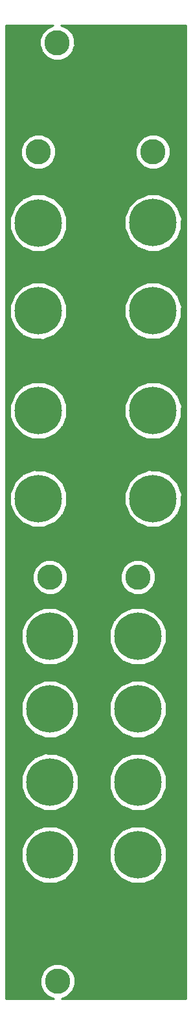
<source format=gbr>
%TF.GenerationSoftware,KiCad,Pcbnew,(5.0.1)-3*%
%TF.CreationDate,2020-04-22T20:40:51+01:00*%
%TF.ProjectId,panel,70616E656C2E6B696361645F70636200,rev?*%
%TF.SameCoordinates,Original*%
%TF.FileFunction,Copper,L1,Top,Signal*%
%TF.FilePolarity,Positive*%
%FSLAX46Y46*%
G04 Gerber Fmt 4.6, Leading zero omitted, Abs format (unit mm)*
G04 Created by KiCad (PCBNEW (5.0.1)-3) date 22/04/2020 20:40:51*
%MOMM*%
%LPD*%
G01*
G04 APERTURE LIST*
%ADD10C,3.300000*%
%ADD11C,6.200000*%
%ADD12C,0.254000*%
G04 APERTURE END LIST*
D10*
X127175000Y-9125000D03*
X127190000Y-131670000D03*
X124710000Y-23380000D03*
X139700000Y-23370000D03*
X126200000Y-78920000D03*
X137700000Y-78920000D03*
D11*
X124700000Y-32650000D03*
X139700000Y-32640000D03*
X124700000Y-44150000D03*
X139700000Y-44140000D03*
X139700000Y-57150000D03*
X124700000Y-57140000D03*
X124700000Y-68640000D03*
X139700000Y-68640000D03*
X126200000Y-86640000D03*
X137700000Y-86640000D03*
X137700000Y-96140000D03*
X126200000Y-96140000D03*
X126200000Y-105640000D03*
X137700000Y-105650000D03*
X126200000Y-115150000D03*
X137700000Y-115150000D03*
D12*
G36*
X125910379Y-7168334D02*
X125905443Y-7177601D01*
X125880651Y-7187870D01*
X125237870Y-7830651D01*
X125227601Y-7855443D01*
X125218334Y-7860379D01*
X125057272Y-8266653D01*
X124890000Y-8670485D01*
X124890000Y-8688594D01*
X124883327Y-8705426D01*
X124890000Y-9142435D01*
X124890000Y-9579515D01*
X124896930Y-9596244D01*
X124897206Y-9614350D01*
X125218334Y-10389621D01*
X125227601Y-10394557D01*
X125237870Y-10419349D01*
X125880651Y-11062130D01*
X125905443Y-11072399D01*
X125910379Y-11081666D01*
X126316653Y-11242728D01*
X126720485Y-11410000D01*
X126738594Y-11410000D01*
X126755426Y-11416673D01*
X127192435Y-11410000D01*
X127629515Y-11410000D01*
X127646244Y-11403070D01*
X127664350Y-11402794D01*
X128439621Y-11081666D01*
X128444557Y-11072399D01*
X128469349Y-11062130D01*
X129112130Y-10419349D01*
X129122399Y-10394557D01*
X129131666Y-10389621D01*
X129292728Y-9983347D01*
X129460000Y-9579515D01*
X129460000Y-9561406D01*
X129466673Y-9544574D01*
X129460000Y-9107565D01*
X129460000Y-8670485D01*
X129453070Y-8653756D01*
X129452794Y-8635650D01*
X129131666Y-7860379D01*
X129122399Y-7855443D01*
X129112130Y-7830651D01*
X128469349Y-7187870D01*
X128444557Y-7177601D01*
X128439621Y-7168334D01*
X128033347Y-7007272D01*
X127677799Y-6860000D01*
X143990001Y-6860000D01*
X143990000Y-133940000D01*
X127698166Y-133940000D01*
X128454621Y-133626666D01*
X128459557Y-133617399D01*
X128484349Y-133607130D01*
X129127130Y-132964349D01*
X129137399Y-132939557D01*
X129146666Y-132934621D01*
X129307728Y-132528347D01*
X129475000Y-132124515D01*
X129475000Y-132106406D01*
X129481673Y-132089574D01*
X129475000Y-131652565D01*
X129475000Y-131215485D01*
X129468070Y-131198756D01*
X129467794Y-131180650D01*
X129146666Y-130405379D01*
X129137399Y-130400443D01*
X129127130Y-130375651D01*
X128484349Y-129732870D01*
X128459557Y-129722601D01*
X128454621Y-129713334D01*
X128048347Y-129552272D01*
X127644515Y-129385000D01*
X127626406Y-129385000D01*
X127609574Y-129378327D01*
X127172565Y-129385000D01*
X126735485Y-129385000D01*
X126718756Y-129391930D01*
X126700650Y-129392206D01*
X125925379Y-129713334D01*
X125920443Y-129722601D01*
X125895651Y-129732870D01*
X125252870Y-130375651D01*
X125242601Y-130400443D01*
X125233334Y-130405379D01*
X125072272Y-130811653D01*
X124905000Y-131215485D01*
X124905000Y-131233594D01*
X124898327Y-131250426D01*
X124905000Y-131687435D01*
X124905000Y-132124515D01*
X124911930Y-132141244D01*
X124912206Y-132159350D01*
X125233334Y-132934621D01*
X125242601Y-132939557D01*
X125252870Y-132964349D01*
X125895651Y-133607130D01*
X125920443Y-133617399D01*
X125925379Y-133626666D01*
X126331653Y-133787728D01*
X126699272Y-133940000D01*
X120410000Y-133940000D01*
X120410000Y-115870835D01*
X122460671Y-115870835D01*
X122465000Y-115881463D01*
X122465000Y-115892938D01*
X122745061Y-116569065D01*
X123021162Y-117246944D01*
X123033490Y-117265394D01*
X123033620Y-117265708D01*
X123033860Y-117265948D01*
X123046188Y-117284398D01*
X123068982Y-117301070D01*
X124048930Y-118281018D01*
X124065602Y-118303812D01*
X124076178Y-118308266D01*
X124084292Y-118316380D01*
X124760425Y-118596444D01*
X125434985Y-118880541D01*
X125446461Y-118880609D01*
X125457062Y-118885000D01*
X126188900Y-118885000D01*
X126920835Y-118889329D01*
X126931463Y-118885000D01*
X126942938Y-118885000D01*
X127619065Y-118604939D01*
X128296944Y-118328838D01*
X128315394Y-118316510D01*
X128315708Y-118316380D01*
X128315948Y-118316140D01*
X128334398Y-118303812D01*
X128351070Y-118281018D01*
X129331018Y-117301070D01*
X129353812Y-117284398D01*
X129358266Y-117273822D01*
X129366380Y-117265708D01*
X129646444Y-116589575D01*
X129930541Y-115915015D01*
X129930609Y-115903539D01*
X129935000Y-115892938D01*
X129935000Y-115870835D01*
X133960671Y-115870835D01*
X133965000Y-115881463D01*
X133965000Y-115892938D01*
X134245061Y-116569065D01*
X134521162Y-117246944D01*
X134533490Y-117265394D01*
X134533620Y-117265708D01*
X134533860Y-117265948D01*
X134546188Y-117284398D01*
X134568982Y-117301070D01*
X135548930Y-118281018D01*
X135565602Y-118303812D01*
X135576178Y-118308266D01*
X135584292Y-118316380D01*
X136260425Y-118596444D01*
X136934985Y-118880541D01*
X136946461Y-118880609D01*
X136957062Y-118885000D01*
X137688900Y-118885000D01*
X138420835Y-118889329D01*
X138431463Y-118885000D01*
X138442938Y-118885000D01*
X139119065Y-118604939D01*
X139796944Y-118328838D01*
X139815394Y-118316510D01*
X139815708Y-118316380D01*
X139815948Y-118316140D01*
X139834398Y-118303812D01*
X139851070Y-118281018D01*
X140831018Y-117301070D01*
X140853812Y-117284398D01*
X140858266Y-117273822D01*
X140866380Y-117265708D01*
X141146444Y-116589575D01*
X141430541Y-115915015D01*
X141430609Y-115903539D01*
X141435000Y-115892938D01*
X141435000Y-115161100D01*
X141439329Y-114429165D01*
X141435000Y-114418537D01*
X141435000Y-114407062D01*
X141154939Y-113730935D01*
X140878838Y-113053056D01*
X140866510Y-113034606D01*
X140866380Y-113034292D01*
X140866140Y-113034052D01*
X140853812Y-113015602D01*
X140831018Y-112998930D01*
X139851070Y-112018982D01*
X139834398Y-111996188D01*
X139823822Y-111991734D01*
X139815708Y-111983620D01*
X139139575Y-111703556D01*
X138465015Y-111419459D01*
X138453539Y-111419391D01*
X138442938Y-111415000D01*
X137711100Y-111415000D01*
X136979165Y-111410671D01*
X136968537Y-111415000D01*
X136957062Y-111415000D01*
X136280935Y-111695061D01*
X135603056Y-111971162D01*
X135584606Y-111983490D01*
X135584292Y-111983620D01*
X135584052Y-111983860D01*
X135565602Y-111996188D01*
X135548930Y-112018982D01*
X134568982Y-112998930D01*
X134546188Y-113015602D01*
X134541734Y-113026178D01*
X134533620Y-113034292D01*
X134253556Y-113710425D01*
X133969459Y-114384985D01*
X133969391Y-114396461D01*
X133965000Y-114407062D01*
X133965000Y-115138900D01*
X133960671Y-115870835D01*
X129935000Y-115870835D01*
X129935000Y-115161100D01*
X129939329Y-114429165D01*
X129935000Y-114418537D01*
X129935000Y-114407062D01*
X129654939Y-113730935D01*
X129378838Y-113053056D01*
X129366510Y-113034606D01*
X129366380Y-113034292D01*
X129366140Y-113034052D01*
X129353812Y-113015602D01*
X129331018Y-112998930D01*
X128351070Y-112018982D01*
X128334398Y-111996188D01*
X128323822Y-111991734D01*
X128315708Y-111983620D01*
X127639575Y-111703556D01*
X126965015Y-111419459D01*
X126953539Y-111419391D01*
X126942938Y-111415000D01*
X126211100Y-111415000D01*
X125479165Y-111410671D01*
X125468537Y-111415000D01*
X125457062Y-111415000D01*
X124780935Y-111695061D01*
X124103056Y-111971162D01*
X124084606Y-111983490D01*
X124084292Y-111983620D01*
X124084052Y-111983860D01*
X124065602Y-111996188D01*
X124048930Y-112018982D01*
X123068982Y-112998930D01*
X123046188Y-113015602D01*
X123041734Y-113026178D01*
X123033620Y-113034292D01*
X122753556Y-113710425D01*
X122469459Y-114384985D01*
X122469391Y-114396461D01*
X122465000Y-114407062D01*
X122465000Y-115138900D01*
X122460671Y-115870835D01*
X120410000Y-115870835D01*
X120410000Y-106360835D01*
X122460671Y-106360835D01*
X122465000Y-106371463D01*
X122465000Y-106382938D01*
X122745061Y-107059065D01*
X123021162Y-107736944D01*
X123033490Y-107755394D01*
X123033620Y-107755708D01*
X123033860Y-107755948D01*
X123046188Y-107774398D01*
X123068982Y-107791070D01*
X124048930Y-108771018D01*
X124065602Y-108793812D01*
X124076178Y-108798266D01*
X124084292Y-108806380D01*
X124760425Y-109086444D01*
X125434985Y-109370541D01*
X125446461Y-109370609D01*
X125457062Y-109375000D01*
X126188900Y-109375000D01*
X126920835Y-109379329D01*
X126931463Y-109375000D01*
X126942938Y-109375000D01*
X127619065Y-109094939D01*
X128296944Y-108818838D01*
X128315394Y-108806510D01*
X128315708Y-108806380D01*
X128315948Y-108806140D01*
X128334398Y-108793812D01*
X128351070Y-108771018D01*
X129331018Y-107791070D01*
X129353812Y-107774398D01*
X129358266Y-107763822D01*
X129366380Y-107755708D01*
X129646444Y-107079575D01*
X129930541Y-106405015D01*
X129930609Y-106393539D01*
X129935000Y-106382938D01*
X129935000Y-106370835D01*
X133960671Y-106370835D01*
X133965000Y-106381463D01*
X133965000Y-106392938D01*
X134245061Y-107069065D01*
X134521162Y-107746944D01*
X134533490Y-107765394D01*
X134533620Y-107765708D01*
X134533860Y-107765948D01*
X134546188Y-107784398D01*
X134568982Y-107801070D01*
X135548930Y-108781018D01*
X135565602Y-108803812D01*
X135576178Y-108808266D01*
X135584292Y-108816380D01*
X136260425Y-109096444D01*
X136934985Y-109380541D01*
X136946461Y-109380609D01*
X136957062Y-109385000D01*
X137688900Y-109385000D01*
X138420835Y-109389329D01*
X138431463Y-109385000D01*
X138442938Y-109385000D01*
X139119065Y-109104939D01*
X139796944Y-108828838D01*
X139815394Y-108816510D01*
X139815708Y-108816380D01*
X139815948Y-108816140D01*
X139834398Y-108803812D01*
X139851070Y-108781018D01*
X140831018Y-107801070D01*
X140853812Y-107784398D01*
X140858266Y-107773822D01*
X140866380Y-107765708D01*
X141146444Y-107089575D01*
X141430541Y-106415015D01*
X141430609Y-106403539D01*
X141435000Y-106392938D01*
X141435000Y-105661100D01*
X141439329Y-104929165D01*
X141435000Y-104918537D01*
X141435000Y-104907062D01*
X141154939Y-104230935D01*
X140878838Y-103553056D01*
X140866510Y-103534606D01*
X140866380Y-103534292D01*
X140866140Y-103534052D01*
X140853812Y-103515602D01*
X140831018Y-103498930D01*
X139851070Y-102518982D01*
X139834398Y-102496188D01*
X139823822Y-102491734D01*
X139815708Y-102483620D01*
X139139575Y-102203556D01*
X138465015Y-101919459D01*
X138453539Y-101919391D01*
X138442938Y-101915000D01*
X137711100Y-101915000D01*
X136979165Y-101910671D01*
X136968537Y-101915000D01*
X136957062Y-101915000D01*
X136280935Y-102195061D01*
X135603056Y-102471162D01*
X135584606Y-102483490D01*
X135584292Y-102483620D01*
X135584052Y-102483860D01*
X135565602Y-102496188D01*
X135548930Y-102518982D01*
X134568982Y-103498930D01*
X134546188Y-103515602D01*
X134541734Y-103526178D01*
X134533620Y-103534292D01*
X134253556Y-104210425D01*
X133969459Y-104884985D01*
X133969391Y-104896461D01*
X133965000Y-104907062D01*
X133965000Y-105638900D01*
X133960671Y-106370835D01*
X129935000Y-106370835D01*
X129935000Y-105651100D01*
X129939329Y-104919165D01*
X129935000Y-104908537D01*
X129935000Y-104897062D01*
X129654939Y-104220935D01*
X129378838Y-103543056D01*
X129366510Y-103524606D01*
X129366380Y-103524292D01*
X129366140Y-103524052D01*
X129353812Y-103505602D01*
X129331018Y-103488930D01*
X128351070Y-102508982D01*
X128334398Y-102486188D01*
X128323822Y-102481734D01*
X128315708Y-102473620D01*
X127639575Y-102193556D01*
X126965015Y-101909459D01*
X126953539Y-101909391D01*
X126942938Y-101905000D01*
X126211100Y-101905000D01*
X125479165Y-101900671D01*
X125468537Y-101905000D01*
X125457062Y-101905000D01*
X124780935Y-102185061D01*
X124103056Y-102461162D01*
X124084606Y-102473490D01*
X124084292Y-102473620D01*
X124084052Y-102473860D01*
X124065602Y-102486188D01*
X124048930Y-102508982D01*
X123068982Y-103488930D01*
X123046188Y-103505602D01*
X123041734Y-103516178D01*
X123033620Y-103524292D01*
X122753556Y-104200425D01*
X122469459Y-104874985D01*
X122469391Y-104886461D01*
X122465000Y-104897062D01*
X122465000Y-105628900D01*
X122460671Y-106360835D01*
X120410000Y-106360835D01*
X120410000Y-96860835D01*
X122460671Y-96860835D01*
X122465000Y-96871463D01*
X122465000Y-96882938D01*
X122745061Y-97559065D01*
X123021162Y-98236944D01*
X123033490Y-98255394D01*
X123033620Y-98255708D01*
X123033860Y-98255948D01*
X123046188Y-98274398D01*
X123068982Y-98291070D01*
X124048930Y-99271018D01*
X124065602Y-99293812D01*
X124076178Y-99298266D01*
X124084292Y-99306380D01*
X124760425Y-99586444D01*
X125434985Y-99870541D01*
X125446461Y-99870609D01*
X125457062Y-99875000D01*
X126188900Y-99875000D01*
X126920835Y-99879329D01*
X126931463Y-99875000D01*
X126942938Y-99875000D01*
X127619065Y-99594939D01*
X128296944Y-99318838D01*
X128315394Y-99306510D01*
X128315708Y-99306380D01*
X128315948Y-99306140D01*
X128334398Y-99293812D01*
X128351070Y-99271018D01*
X129331018Y-98291070D01*
X129353812Y-98274398D01*
X129358266Y-98263822D01*
X129366380Y-98255708D01*
X129646444Y-97579575D01*
X129930541Y-96905015D01*
X129930609Y-96893539D01*
X129935000Y-96882938D01*
X129935000Y-96860835D01*
X133960671Y-96860835D01*
X133965000Y-96871463D01*
X133965000Y-96882938D01*
X134245061Y-97559065D01*
X134521162Y-98236944D01*
X134533490Y-98255394D01*
X134533620Y-98255708D01*
X134533860Y-98255948D01*
X134546188Y-98274398D01*
X134568982Y-98291070D01*
X135548930Y-99271018D01*
X135565602Y-99293812D01*
X135576178Y-99298266D01*
X135584292Y-99306380D01*
X136260425Y-99586444D01*
X136934985Y-99870541D01*
X136946461Y-99870609D01*
X136957062Y-99875000D01*
X137688900Y-99875000D01*
X138420835Y-99879329D01*
X138431463Y-99875000D01*
X138442938Y-99875000D01*
X139119065Y-99594939D01*
X139796944Y-99318838D01*
X139815394Y-99306510D01*
X139815708Y-99306380D01*
X139815948Y-99306140D01*
X139834398Y-99293812D01*
X139851070Y-99271018D01*
X140831018Y-98291070D01*
X140853812Y-98274398D01*
X140858266Y-98263822D01*
X140866380Y-98255708D01*
X141146444Y-97579575D01*
X141430541Y-96905015D01*
X141430609Y-96893539D01*
X141435000Y-96882938D01*
X141435000Y-96151100D01*
X141439329Y-95419165D01*
X141435000Y-95408537D01*
X141435000Y-95397062D01*
X141154939Y-94720935D01*
X140878838Y-94043056D01*
X140866510Y-94024606D01*
X140866380Y-94024292D01*
X140866140Y-94024052D01*
X140853812Y-94005602D01*
X140831018Y-93988930D01*
X139851070Y-93008982D01*
X139834398Y-92986188D01*
X139823822Y-92981734D01*
X139815708Y-92973620D01*
X139139575Y-92693556D01*
X138465015Y-92409459D01*
X138453539Y-92409391D01*
X138442938Y-92405000D01*
X137711100Y-92405000D01*
X136979165Y-92400671D01*
X136968537Y-92405000D01*
X136957062Y-92405000D01*
X136280935Y-92685061D01*
X135603056Y-92961162D01*
X135584606Y-92973490D01*
X135584292Y-92973620D01*
X135584052Y-92973860D01*
X135565602Y-92986188D01*
X135548930Y-93008982D01*
X134568982Y-93988930D01*
X134546188Y-94005602D01*
X134541734Y-94016178D01*
X134533620Y-94024292D01*
X134253556Y-94700425D01*
X133969459Y-95374985D01*
X133969391Y-95386461D01*
X133965000Y-95397062D01*
X133965000Y-96128900D01*
X133960671Y-96860835D01*
X129935000Y-96860835D01*
X129935000Y-96151100D01*
X129939329Y-95419165D01*
X129935000Y-95408537D01*
X129935000Y-95397062D01*
X129654939Y-94720935D01*
X129378838Y-94043056D01*
X129366510Y-94024606D01*
X129366380Y-94024292D01*
X129366140Y-94024052D01*
X129353812Y-94005602D01*
X129331018Y-93988930D01*
X128351070Y-93008982D01*
X128334398Y-92986188D01*
X128323822Y-92981734D01*
X128315708Y-92973620D01*
X127639575Y-92693556D01*
X126965015Y-92409459D01*
X126953539Y-92409391D01*
X126942938Y-92405000D01*
X126211100Y-92405000D01*
X125479165Y-92400671D01*
X125468537Y-92405000D01*
X125457062Y-92405000D01*
X124780935Y-92685061D01*
X124103056Y-92961162D01*
X124084606Y-92973490D01*
X124084292Y-92973620D01*
X124084052Y-92973860D01*
X124065602Y-92986188D01*
X124048930Y-93008982D01*
X123068982Y-93988930D01*
X123046188Y-94005602D01*
X123041734Y-94016178D01*
X123033620Y-94024292D01*
X122753556Y-94700425D01*
X122469459Y-95374985D01*
X122469391Y-95386461D01*
X122465000Y-95397062D01*
X122465000Y-96128900D01*
X122460671Y-96860835D01*
X120410000Y-96860835D01*
X120410000Y-87360835D01*
X122460671Y-87360835D01*
X122465000Y-87371463D01*
X122465000Y-87382938D01*
X122745061Y-88059065D01*
X123021162Y-88736944D01*
X123033490Y-88755394D01*
X123033620Y-88755708D01*
X123033860Y-88755948D01*
X123046188Y-88774398D01*
X123068982Y-88791070D01*
X124048930Y-89771018D01*
X124065602Y-89793812D01*
X124076178Y-89798266D01*
X124084292Y-89806380D01*
X124760425Y-90086444D01*
X125434985Y-90370541D01*
X125446461Y-90370609D01*
X125457062Y-90375000D01*
X126188900Y-90375000D01*
X126920835Y-90379329D01*
X126931463Y-90375000D01*
X126942938Y-90375000D01*
X127619065Y-90094939D01*
X128296944Y-89818838D01*
X128315394Y-89806510D01*
X128315708Y-89806380D01*
X128315948Y-89806140D01*
X128334398Y-89793812D01*
X128351070Y-89771018D01*
X129331018Y-88791070D01*
X129353812Y-88774398D01*
X129358266Y-88763822D01*
X129366380Y-88755708D01*
X129646444Y-88079575D01*
X129930541Y-87405015D01*
X129930609Y-87393539D01*
X129935000Y-87382938D01*
X129935000Y-87360835D01*
X133960671Y-87360835D01*
X133965000Y-87371463D01*
X133965000Y-87382938D01*
X134245061Y-88059065D01*
X134521162Y-88736944D01*
X134533490Y-88755394D01*
X134533620Y-88755708D01*
X134533860Y-88755948D01*
X134546188Y-88774398D01*
X134568982Y-88791070D01*
X135548930Y-89771018D01*
X135565602Y-89793812D01*
X135576178Y-89798266D01*
X135584292Y-89806380D01*
X136260425Y-90086444D01*
X136934985Y-90370541D01*
X136946461Y-90370609D01*
X136957062Y-90375000D01*
X137688900Y-90375000D01*
X138420835Y-90379329D01*
X138431463Y-90375000D01*
X138442938Y-90375000D01*
X139119065Y-90094939D01*
X139796944Y-89818838D01*
X139815394Y-89806510D01*
X139815708Y-89806380D01*
X139815948Y-89806140D01*
X139834398Y-89793812D01*
X139851070Y-89771018D01*
X140831018Y-88791070D01*
X140853812Y-88774398D01*
X140858266Y-88763822D01*
X140866380Y-88755708D01*
X141146444Y-88079575D01*
X141430541Y-87405015D01*
X141430609Y-87393539D01*
X141435000Y-87382938D01*
X141435000Y-86651100D01*
X141439329Y-85919165D01*
X141435000Y-85908537D01*
X141435000Y-85897062D01*
X141154939Y-85220935D01*
X140878838Y-84543056D01*
X140866510Y-84524606D01*
X140866380Y-84524292D01*
X140866140Y-84524052D01*
X140853812Y-84505602D01*
X140831018Y-84488930D01*
X139851070Y-83508982D01*
X139834398Y-83486188D01*
X139823822Y-83481734D01*
X139815708Y-83473620D01*
X139139575Y-83193556D01*
X138465015Y-82909459D01*
X138453539Y-82909391D01*
X138442938Y-82905000D01*
X137711100Y-82905000D01*
X136979165Y-82900671D01*
X136968537Y-82905000D01*
X136957062Y-82905000D01*
X136280935Y-83185061D01*
X135603056Y-83461162D01*
X135584606Y-83473490D01*
X135584292Y-83473620D01*
X135584052Y-83473860D01*
X135565602Y-83486188D01*
X135548930Y-83508982D01*
X134568982Y-84488930D01*
X134546188Y-84505602D01*
X134541734Y-84516178D01*
X134533620Y-84524292D01*
X134253556Y-85200425D01*
X133969459Y-85874985D01*
X133969391Y-85886461D01*
X133965000Y-85897062D01*
X133965000Y-86628900D01*
X133960671Y-87360835D01*
X129935000Y-87360835D01*
X129935000Y-86651100D01*
X129939329Y-85919165D01*
X129935000Y-85908537D01*
X129935000Y-85897062D01*
X129654939Y-85220935D01*
X129378838Y-84543056D01*
X129366510Y-84524606D01*
X129366380Y-84524292D01*
X129366140Y-84524052D01*
X129353812Y-84505602D01*
X129331018Y-84488930D01*
X128351070Y-83508982D01*
X128334398Y-83486188D01*
X128323822Y-83481734D01*
X128315708Y-83473620D01*
X127639575Y-83193556D01*
X126965015Y-82909459D01*
X126953539Y-82909391D01*
X126942938Y-82905000D01*
X126211100Y-82905000D01*
X125479165Y-82900671D01*
X125468537Y-82905000D01*
X125457062Y-82905000D01*
X124780935Y-83185061D01*
X124103056Y-83461162D01*
X124084606Y-83473490D01*
X124084292Y-83473620D01*
X124084052Y-83473860D01*
X124065602Y-83486188D01*
X124048930Y-83508982D01*
X123068982Y-84488930D01*
X123046188Y-84505602D01*
X123041734Y-84516178D01*
X123033620Y-84524292D01*
X122753556Y-85200425D01*
X122469459Y-85874985D01*
X122469391Y-85886461D01*
X122465000Y-85897062D01*
X122465000Y-86628900D01*
X122460671Y-87360835D01*
X120410000Y-87360835D01*
X120410000Y-78500426D01*
X123908327Y-78500426D01*
X123915000Y-78937435D01*
X123915000Y-79374515D01*
X123921930Y-79391244D01*
X123922206Y-79409350D01*
X124243334Y-80184621D01*
X124252601Y-80189557D01*
X124262870Y-80214349D01*
X124905651Y-80857130D01*
X124930443Y-80867399D01*
X124935379Y-80876666D01*
X125341653Y-81037728D01*
X125745485Y-81205000D01*
X125763594Y-81205000D01*
X125780426Y-81211673D01*
X126217435Y-81205000D01*
X126654515Y-81205000D01*
X126671244Y-81198070D01*
X126689350Y-81197794D01*
X127464621Y-80876666D01*
X127469557Y-80867399D01*
X127494349Y-80857130D01*
X128137130Y-80214349D01*
X128147399Y-80189557D01*
X128156666Y-80184621D01*
X128317728Y-79778347D01*
X128485000Y-79374515D01*
X128485000Y-79356406D01*
X128491673Y-79339574D01*
X128485000Y-78902565D01*
X128485000Y-78500426D01*
X135408327Y-78500426D01*
X135415000Y-78937435D01*
X135415000Y-79374515D01*
X135421930Y-79391244D01*
X135422206Y-79409350D01*
X135743334Y-80184621D01*
X135752601Y-80189557D01*
X135762870Y-80214349D01*
X136405651Y-80857130D01*
X136430443Y-80867399D01*
X136435379Y-80876666D01*
X136841653Y-81037728D01*
X137245485Y-81205000D01*
X137263594Y-81205000D01*
X137280426Y-81211673D01*
X137717435Y-81205000D01*
X138154515Y-81205000D01*
X138171244Y-81198070D01*
X138189350Y-81197794D01*
X138964621Y-80876666D01*
X138969557Y-80867399D01*
X138994349Y-80857130D01*
X139637130Y-80214349D01*
X139647399Y-80189557D01*
X139656666Y-80184621D01*
X139817728Y-79778347D01*
X139985000Y-79374515D01*
X139985000Y-79356406D01*
X139991673Y-79339574D01*
X139985000Y-78902565D01*
X139985000Y-78465485D01*
X139978070Y-78448756D01*
X139977794Y-78430650D01*
X139656666Y-77655379D01*
X139647399Y-77650443D01*
X139637130Y-77625651D01*
X138994349Y-76982870D01*
X138969557Y-76972601D01*
X138964621Y-76963334D01*
X138558347Y-76802272D01*
X138154515Y-76635000D01*
X138136406Y-76635000D01*
X138119574Y-76628327D01*
X137682565Y-76635000D01*
X137245485Y-76635000D01*
X137228756Y-76641930D01*
X137210650Y-76642206D01*
X136435379Y-76963334D01*
X136430443Y-76972601D01*
X136405651Y-76982870D01*
X135762870Y-77625651D01*
X135752601Y-77650443D01*
X135743334Y-77655379D01*
X135582272Y-78061653D01*
X135415000Y-78465485D01*
X135415000Y-78483594D01*
X135408327Y-78500426D01*
X128485000Y-78500426D01*
X128485000Y-78465485D01*
X128478070Y-78448756D01*
X128477794Y-78430650D01*
X128156666Y-77655379D01*
X128147399Y-77650443D01*
X128137130Y-77625651D01*
X127494349Y-76982870D01*
X127469557Y-76972601D01*
X127464621Y-76963334D01*
X127058347Y-76802272D01*
X126654515Y-76635000D01*
X126636406Y-76635000D01*
X126619574Y-76628327D01*
X126182565Y-76635000D01*
X125745485Y-76635000D01*
X125728756Y-76641930D01*
X125710650Y-76642206D01*
X124935379Y-76963334D01*
X124930443Y-76972601D01*
X124905651Y-76982870D01*
X124262870Y-77625651D01*
X124252601Y-77650443D01*
X124243334Y-77655379D01*
X124082272Y-78061653D01*
X123915000Y-78465485D01*
X123915000Y-78483594D01*
X123908327Y-78500426D01*
X120410000Y-78500426D01*
X120410000Y-69360835D01*
X120960671Y-69360835D01*
X120965000Y-69371463D01*
X120965000Y-69382938D01*
X121245061Y-70059065D01*
X121521162Y-70736944D01*
X121533490Y-70755394D01*
X121533620Y-70755708D01*
X121533860Y-70755948D01*
X121546188Y-70774398D01*
X121568982Y-70791070D01*
X122548930Y-71771018D01*
X122565602Y-71793812D01*
X122576178Y-71798266D01*
X122584292Y-71806380D01*
X123260425Y-72086444D01*
X123934985Y-72370541D01*
X123946461Y-72370609D01*
X123957062Y-72375000D01*
X124688900Y-72375000D01*
X125420835Y-72379329D01*
X125431463Y-72375000D01*
X125442938Y-72375000D01*
X126119065Y-72094939D01*
X126796944Y-71818838D01*
X126815394Y-71806510D01*
X126815708Y-71806380D01*
X126815948Y-71806140D01*
X126834398Y-71793812D01*
X126851070Y-71771018D01*
X127831018Y-70791070D01*
X127853812Y-70774398D01*
X127858266Y-70763822D01*
X127866380Y-70755708D01*
X128146444Y-70079575D01*
X128430541Y-69405015D01*
X128430609Y-69393539D01*
X128435000Y-69382938D01*
X128435000Y-69360835D01*
X135960671Y-69360835D01*
X135965000Y-69371463D01*
X135965000Y-69382938D01*
X136245061Y-70059065D01*
X136521162Y-70736944D01*
X136533490Y-70755394D01*
X136533620Y-70755708D01*
X136533860Y-70755948D01*
X136546188Y-70774398D01*
X136568982Y-70791070D01*
X137548930Y-71771018D01*
X137565602Y-71793812D01*
X137576178Y-71798266D01*
X137584292Y-71806380D01*
X138260425Y-72086444D01*
X138934985Y-72370541D01*
X138946461Y-72370609D01*
X138957062Y-72375000D01*
X139688900Y-72375000D01*
X140420835Y-72379329D01*
X140431463Y-72375000D01*
X140442938Y-72375000D01*
X141119065Y-72094939D01*
X141796944Y-71818838D01*
X141815394Y-71806510D01*
X141815708Y-71806380D01*
X141815948Y-71806140D01*
X141834398Y-71793812D01*
X141851070Y-71771018D01*
X142831018Y-70791070D01*
X142853812Y-70774398D01*
X142858266Y-70763822D01*
X142866380Y-70755708D01*
X143146444Y-70079575D01*
X143430541Y-69405015D01*
X143430609Y-69393539D01*
X143435000Y-69382938D01*
X143435000Y-68651100D01*
X143439329Y-67919165D01*
X143435000Y-67908537D01*
X143435000Y-67897062D01*
X143154939Y-67220935D01*
X142878838Y-66543056D01*
X142866510Y-66524606D01*
X142866380Y-66524292D01*
X142866140Y-66524052D01*
X142853812Y-66505602D01*
X142831018Y-66488930D01*
X141851070Y-65508982D01*
X141834398Y-65486188D01*
X141823822Y-65481734D01*
X141815708Y-65473620D01*
X141139575Y-65193556D01*
X140465015Y-64909459D01*
X140453539Y-64909391D01*
X140442938Y-64905000D01*
X139711100Y-64905000D01*
X138979165Y-64900671D01*
X138968537Y-64905000D01*
X138957062Y-64905000D01*
X138280935Y-65185061D01*
X137603056Y-65461162D01*
X137584606Y-65473490D01*
X137584292Y-65473620D01*
X137584052Y-65473860D01*
X137565602Y-65486188D01*
X137548930Y-65508982D01*
X136568982Y-66488930D01*
X136546188Y-66505602D01*
X136541734Y-66516178D01*
X136533620Y-66524292D01*
X136253556Y-67200425D01*
X135969459Y-67874985D01*
X135969391Y-67886461D01*
X135965000Y-67897062D01*
X135965000Y-68628900D01*
X135960671Y-69360835D01*
X128435000Y-69360835D01*
X128435000Y-68651100D01*
X128439329Y-67919165D01*
X128435000Y-67908537D01*
X128435000Y-67897062D01*
X128154939Y-67220935D01*
X127878838Y-66543056D01*
X127866510Y-66524606D01*
X127866380Y-66524292D01*
X127866140Y-66524052D01*
X127853812Y-66505602D01*
X127831018Y-66488930D01*
X126851070Y-65508982D01*
X126834398Y-65486188D01*
X126823822Y-65481734D01*
X126815708Y-65473620D01*
X126139575Y-65193556D01*
X125465015Y-64909459D01*
X125453539Y-64909391D01*
X125442938Y-64905000D01*
X124711100Y-64905000D01*
X123979165Y-64900671D01*
X123968537Y-64905000D01*
X123957062Y-64905000D01*
X123280935Y-65185061D01*
X122603056Y-65461162D01*
X122584606Y-65473490D01*
X122584292Y-65473620D01*
X122584052Y-65473860D01*
X122565602Y-65486188D01*
X122548930Y-65508982D01*
X121568982Y-66488930D01*
X121546188Y-66505602D01*
X121541734Y-66516178D01*
X121533620Y-66524292D01*
X121253556Y-67200425D01*
X120969459Y-67874985D01*
X120969391Y-67886461D01*
X120965000Y-67897062D01*
X120965000Y-68628900D01*
X120960671Y-69360835D01*
X120410000Y-69360835D01*
X120410000Y-57860835D01*
X120960671Y-57860835D01*
X120965000Y-57871463D01*
X120965000Y-57882938D01*
X121245061Y-58559065D01*
X121521162Y-59236944D01*
X121533490Y-59255394D01*
X121533620Y-59255708D01*
X121533860Y-59255948D01*
X121546188Y-59274398D01*
X121568982Y-59291070D01*
X122548930Y-60271018D01*
X122565602Y-60293812D01*
X122576178Y-60298266D01*
X122584292Y-60306380D01*
X123260425Y-60586444D01*
X123934985Y-60870541D01*
X123946461Y-60870609D01*
X123957062Y-60875000D01*
X124688900Y-60875000D01*
X125420835Y-60879329D01*
X125431463Y-60875000D01*
X125442938Y-60875000D01*
X126119065Y-60594939D01*
X126796944Y-60318838D01*
X126815394Y-60306510D01*
X126815708Y-60306380D01*
X126815948Y-60306140D01*
X126834398Y-60293812D01*
X126851070Y-60271018D01*
X127831018Y-59291070D01*
X127853812Y-59274398D01*
X127858266Y-59263822D01*
X127866380Y-59255708D01*
X128146444Y-58579575D01*
X128430541Y-57905015D01*
X128430609Y-57893539D01*
X128435000Y-57882938D01*
X128435000Y-57870835D01*
X135960671Y-57870835D01*
X135965000Y-57881463D01*
X135965000Y-57892938D01*
X136245061Y-58569065D01*
X136521162Y-59246944D01*
X136533490Y-59265394D01*
X136533620Y-59265708D01*
X136533860Y-59265948D01*
X136546188Y-59284398D01*
X136568982Y-59301070D01*
X137548930Y-60281018D01*
X137565602Y-60303812D01*
X137576178Y-60308266D01*
X137584292Y-60316380D01*
X138260425Y-60596444D01*
X138934985Y-60880541D01*
X138946461Y-60880609D01*
X138957062Y-60885000D01*
X139688900Y-60885000D01*
X140420835Y-60889329D01*
X140431463Y-60885000D01*
X140442938Y-60885000D01*
X141119065Y-60604939D01*
X141796944Y-60328838D01*
X141815394Y-60316510D01*
X141815708Y-60316380D01*
X141815948Y-60316140D01*
X141834398Y-60303812D01*
X141851070Y-60281018D01*
X142831018Y-59301070D01*
X142853812Y-59284398D01*
X142858266Y-59273822D01*
X142866380Y-59265708D01*
X143146444Y-58589575D01*
X143430541Y-57915015D01*
X143430609Y-57903539D01*
X143435000Y-57892938D01*
X143435000Y-57161100D01*
X143439329Y-56429165D01*
X143435000Y-56418537D01*
X143435000Y-56407062D01*
X143154939Y-55730935D01*
X142878838Y-55053056D01*
X142866510Y-55034606D01*
X142866380Y-55034292D01*
X142866140Y-55034052D01*
X142853812Y-55015602D01*
X142831018Y-54998930D01*
X141851070Y-54018982D01*
X141834398Y-53996188D01*
X141823822Y-53991734D01*
X141815708Y-53983620D01*
X141139575Y-53703556D01*
X140465015Y-53419459D01*
X140453539Y-53419391D01*
X140442938Y-53415000D01*
X139711100Y-53415000D01*
X138979165Y-53410671D01*
X138968537Y-53415000D01*
X138957062Y-53415000D01*
X138280935Y-53695061D01*
X137603056Y-53971162D01*
X137584606Y-53983490D01*
X137584292Y-53983620D01*
X137584052Y-53983860D01*
X137565602Y-53996188D01*
X137548930Y-54018982D01*
X136568982Y-54998930D01*
X136546188Y-55015602D01*
X136541734Y-55026178D01*
X136533620Y-55034292D01*
X136253556Y-55710425D01*
X135969459Y-56384985D01*
X135969391Y-56396461D01*
X135965000Y-56407062D01*
X135965000Y-57138900D01*
X135960671Y-57870835D01*
X128435000Y-57870835D01*
X128435000Y-57151100D01*
X128439329Y-56419165D01*
X128435000Y-56408537D01*
X128435000Y-56397062D01*
X128154939Y-55720935D01*
X127878838Y-55043056D01*
X127866510Y-55024606D01*
X127866380Y-55024292D01*
X127866140Y-55024052D01*
X127853812Y-55005602D01*
X127831018Y-54988930D01*
X126851070Y-54008982D01*
X126834398Y-53986188D01*
X126823822Y-53981734D01*
X126815708Y-53973620D01*
X126139575Y-53693556D01*
X125465015Y-53409459D01*
X125453539Y-53409391D01*
X125442938Y-53405000D01*
X124711100Y-53405000D01*
X123979165Y-53400671D01*
X123968537Y-53405000D01*
X123957062Y-53405000D01*
X123280935Y-53685061D01*
X122603056Y-53961162D01*
X122584606Y-53973490D01*
X122584292Y-53973620D01*
X122584052Y-53973860D01*
X122565602Y-53986188D01*
X122548930Y-54008982D01*
X121568982Y-54988930D01*
X121546188Y-55005602D01*
X121541734Y-55016178D01*
X121533620Y-55024292D01*
X121253556Y-55700425D01*
X120969459Y-56374985D01*
X120969391Y-56386461D01*
X120965000Y-56397062D01*
X120965000Y-57128900D01*
X120960671Y-57860835D01*
X120410000Y-57860835D01*
X120410000Y-44870835D01*
X120960671Y-44870835D01*
X120965000Y-44881463D01*
X120965000Y-44892938D01*
X121245061Y-45569065D01*
X121521162Y-46246944D01*
X121533490Y-46265394D01*
X121533620Y-46265708D01*
X121533860Y-46265948D01*
X121546188Y-46284398D01*
X121568982Y-46301070D01*
X122548930Y-47281018D01*
X122565602Y-47303812D01*
X122576178Y-47308266D01*
X122584292Y-47316380D01*
X123260425Y-47596444D01*
X123934985Y-47880541D01*
X123946461Y-47880609D01*
X123957062Y-47885000D01*
X124688900Y-47885000D01*
X125420835Y-47889329D01*
X125431463Y-47885000D01*
X125442938Y-47885000D01*
X126119065Y-47604939D01*
X126796944Y-47328838D01*
X126815394Y-47316510D01*
X126815708Y-47316380D01*
X126815948Y-47316140D01*
X126834398Y-47303812D01*
X126851070Y-47281018D01*
X127831018Y-46301070D01*
X127853812Y-46284398D01*
X127858266Y-46273822D01*
X127866380Y-46265708D01*
X128146444Y-45589575D01*
X128430541Y-44915015D01*
X128430609Y-44903539D01*
X128435000Y-44892938D01*
X128435000Y-44860835D01*
X135960671Y-44860835D01*
X135965000Y-44871463D01*
X135965000Y-44882938D01*
X136245061Y-45559065D01*
X136521162Y-46236944D01*
X136533490Y-46255394D01*
X136533620Y-46255708D01*
X136533860Y-46255948D01*
X136546188Y-46274398D01*
X136568982Y-46291070D01*
X137548930Y-47271018D01*
X137565602Y-47293812D01*
X137576178Y-47298266D01*
X137584292Y-47306380D01*
X138260425Y-47586444D01*
X138934985Y-47870541D01*
X138946461Y-47870609D01*
X138957062Y-47875000D01*
X139688900Y-47875000D01*
X140420835Y-47879329D01*
X140431463Y-47875000D01*
X140442938Y-47875000D01*
X141119065Y-47594939D01*
X141796944Y-47318838D01*
X141815394Y-47306510D01*
X141815708Y-47306380D01*
X141815948Y-47306140D01*
X141834398Y-47293812D01*
X141851070Y-47271018D01*
X142831018Y-46291070D01*
X142853812Y-46274398D01*
X142858266Y-46263822D01*
X142866380Y-46255708D01*
X143146444Y-45579575D01*
X143430541Y-44905015D01*
X143430609Y-44893539D01*
X143435000Y-44882938D01*
X143435000Y-44151100D01*
X143439329Y-43419165D01*
X143435000Y-43408537D01*
X143435000Y-43397062D01*
X143154939Y-42720935D01*
X142878838Y-42043056D01*
X142866510Y-42024606D01*
X142866380Y-42024292D01*
X142866140Y-42024052D01*
X142853812Y-42005602D01*
X142831018Y-41988930D01*
X141851070Y-41008982D01*
X141834398Y-40986188D01*
X141823822Y-40981734D01*
X141815708Y-40973620D01*
X141139575Y-40693556D01*
X140465015Y-40409459D01*
X140453539Y-40409391D01*
X140442938Y-40405000D01*
X139711100Y-40405000D01*
X138979165Y-40400671D01*
X138968537Y-40405000D01*
X138957062Y-40405000D01*
X138280935Y-40685061D01*
X137603056Y-40961162D01*
X137584606Y-40973490D01*
X137584292Y-40973620D01*
X137584052Y-40973860D01*
X137565602Y-40986188D01*
X137548930Y-41008982D01*
X136568982Y-41988930D01*
X136546188Y-42005602D01*
X136541734Y-42016178D01*
X136533620Y-42024292D01*
X136253556Y-42700425D01*
X135969459Y-43374985D01*
X135969391Y-43386461D01*
X135965000Y-43397062D01*
X135965000Y-44128900D01*
X135960671Y-44860835D01*
X128435000Y-44860835D01*
X128435000Y-44161100D01*
X128439329Y-43429165D01*
X128435000Y-43418537D01*
X128435000Y-43407062D01*
X128154939Y-42730935D01*
X127878838Y-42053056D01*
X127866510Y-42034606D01*
X127866380Y-42034292D01*
X127866140Y-42034052D01*
X127853812Y-42015602D01*
X127831018Y-41998930D01*
X126851070Y-41018982D01*
X126834398Y-40996188D01*
X126823822Y-40991734D01*
X126815708Y-40983620D01*
X126139575Y-40703556D01*
X125465015Y-40419459D01*
X125453539Y-40419391D01*
X125442938Y-40415000D01*
X124711100Y-40415000D01*
X123979165Y-40410671D01*
X123968537Y-40415000D01*
X123957062Y-40415000D01*
X123280935Y-40695061D01*
X122603056Y-40971162D01*
X122584606Y-40983490D01*
X122584292Y-40983620D01*
X122584052Y-40983860D01*
X122565602Y-40996188D01*
X122548930Y-41018982D01*
X121568982Y-41998930D01*
X121546188Y-42015602D01*
X121541734Y-42026178D01*
X121533620Y-42034292D01*
X121253556Y-42710425D01*
X120969459Y-43384985D01*
X120969391Y-43396461D01*
X120965000Y-43407062D01*
X120965000Y-44138900D01*
X120960671Y-44870835D01*
X120410000Y-44870835D01*
X120410000Y-33370835D01*
X120960671Y-33370835D01*
X120965000Y-33381463D01*
X120965000Y-33392938D01*
X121245061Y-34069065D01*
X121521162Y-34746944D01*
X121533490Y-34765394D01*
X121533620Y-34765708D01*
X121533860Y-34765948D01*
X121546188Y-34784398D01*
X121568982Y-34801070D01*
X122548930Y-35781018D01*
X122565602Y-35803812D01*
X122576178Y-35808266D01*
X122584292Y-35816380D01*
X123260425Y-36096444D01*
X123934985Y-36380541D01*
X123946461Y-36380609D01*
X123957062Y-36385000D01*
X124688900Y-36385000D01*
X125420835Y-36389329D01*
X125431463Y-36385000D01*
X125442938Y-36385000D01*
X126119065Y-36104939D01*
X126796944Y-35828838D01*
X126815394Y-35816510D01*
X126815708Y-35816380D01*
X126815948Y-35816140D01*
X126834398Y-35803812D01*
X126851070Y-35781018D01*
X127831018Y-34801070D01*
X127853812Y-34784398D01*
X127858266Y-34773822D01*
X127866380Y-34765708D01*
X128146444Y-34089575D01*
X128430541Y-33415015D01*
X128430609Y-33403539D01*
X128435000Y-33392938D01*
X128435000Y-33360835D01*
X135960671Y-33360835D01*
X135965000Y-33371463D01*
X135965000Y-33382938D01*
X136245061Y-34059065D01*
X136521162Y-34736944D01*
X136533490Y-34755394D01*
X136533620Y-34755708D01*
X136533860Y-34755948D01*
X136546188Y-34774398D01*
X136568982Y-34791070D01*
X137548930Y-35771018D01*
X137565602Y-35793812D01*
X137576178Y-35798266D01*
X137584292Y-35806380D01*
X138260425Y-36086444D01*
X138934985Y-36370541D01*
X138946461Y-36370609D01*
X138957062Y-36375000D01*
X139688900Y-36375000D01*
X140420835Y-36379329D01*
X140431463Y-36375000D01*
X140442938Y-36375000D01*
X141119065Y-36094939D01*
X141796944Y-35818838D01*
X141815394Y-35806510D01*
X141815708Y-35806380D01*
X141815948Y-35806140D01*
X141834398Y-35793812D01*
X141851070Y-35771018D01*
X142831018Y-34791070D01*
X142853812Y-34774398D01*
X142858266Y-34763822D01*
X142866380Y-34755708D01*
X143146444Y-34079575D01*
X143430541Y-33405015D01*
X143430609Y-33393539D01*
X143435000Y-33382938D01*
X143435000Y-32651100D01*
X143439329Y-31919165D01*
X143435000Y-31908537D01*
X143435000Y-31897062D01*
X143154939Y-31220935D01*
X142878838Y-30543056D01*
X142866510Y-30524606D01*
X142866380Y-30524292D01*
X142866140Y-30524052D01*
X142853812Y-30505602D01*
X142831018Y-30488930D01*
X141851070Y-29508982D01*
X141834398Y-29486188D01*
X141823822Y-29481734D01*
X141815708Y-29473620D01*
X141139575Y-29193556D01*
X140465015Y-28909459D01*
X140453539Y-28909391D01*
X140442938Y-28905000D01*
X139711100Y-28905000D01*
X138979165Y-28900671D01*
X138968537Y-28905000D01*
X138957062Y-28905000D01*
X138280935Y-29185061D01*
X137603056Y-29461162D01*
X137584606Y-29473490D01*
X137584292Y-29473620D01*
X137584052Y-29473860D01*
X137565602Y-29486188D01*
X137548930Y-29508982D01*
X136568982Y-30488930D01*
X136546188Y-30505602D01*
X136541734Y-30516178D01*
X136533620Y-30524292D01*
X136253556Y-31200425D01*
X135969459Y-31874985D01*
X135969391Y-31886461D01*
X135965000Y-31897062D01*
X135965000Y-32628900D01*
X135960671Y-33360835D01*
X128435000Y-33360835D01*
X128435000Y-32661100D01*
X128439329Y-31929165D01*
X128435000Y-31918537D01*
X128435000Y-31907062D01*
X128154939Y-31230935D01*
X127878838Y-30553056D01*
X127866510Y-30534606D01*
X127866380Y-30534292D01*
X127866140Y-30534052D01*
X127853812Y-30515602D01*
X127831018Y-30498930D01*
X126851070Y-29518982D01*
X126834398Y-29496188D01*
X126823822Y-29491734D01*
X126815708Y-29483620D01*
X126139575Y-29203556D01*
X125465015Y-28919459D01*
X125453539Y-28919391D01*
X125442938Y-28915000D01*
X124711100Y-28915000D01*
X123979165Y-28910671D01*
X123968537Y-28915000D01*
X123957062Y-28915000D01*
X123280935Y-29195061D01*
X122603056Y-29471162D01*
X122584606Y-29483490D01*
X122584292Y-29483620D01*
X122584052Y-29483860D01*
X122565602Y-29496188D01*
X122548930Y-29518982D01*
X121568982Y-30498930D01*
X121546188Y-30515602D01*
X121541734Y-30526178D01*
X121533620Y-30534292D01*
X121253556Y-31210425D01*
X120969459Y-31884985D01*
X120969391Y-31896461D01*
X120965000Y-31907062D01*
X120965000Y-32638900D01*
X120960671Y-33370835D01*
X120410000Y-33370835D01*
X120410000Y-22960426D01*
X122418327Y-22960426D01*
X122425000Y-23397435D01*
X122425000Y-23834515D01*
X122431930Y-23851244D01*
X122432206Y-23869350D01*
X122753334Y-24644621D01*
X122762601Y-24649557D01*
X122772870Y-24674349D01*
X123415651Y-25317130D01*
X123440443Y-25327399D01*
X123445379Y-25336666D01*
X123851653Y-25497728D01*
X124255485Y-25665000D01*
X124273594Y-25665000D01*
X124290426Y-25671673D01*
X124727435Y-25665000D01*
X125164515Y-25665000D01*
X125181244Y-25658070D01*
X125199350Y-25657794D01*
X125974621Y-25336666D01*
X125979557Y-25327399D01*
X126004349Y-25317130D01*
X126647130Y-24674349D01*
X126657399Y-24649557D01*
X126666666Y-24644621D01*
X126827728Y-24238347D01*
X126995000Y-23834515D01*
X126995000Y-23816406D01*
X127001673Y-23799574D01*
X126995000Y-23362565D01*
X126995000Y-22950426D01*
X137408327Y-22950426D01*
X137415000Y-23387435D01*
X137415000Y-23824515D01*
X137421930Y-23841244D01*
X137422206Y-23859350D01*
X137743334Y-24634621D01*
X137752601Y-24639557D01*
X137762870Y-24664349D01*
X138405651Y-25307130D01*
X138430443Y-25317399D01*
X138435379Y-25326666D01*
X138841653Y-25487728D01*
X139245485Y-25655000D01*
X139263594Y-25655000D01*
X139280426Y-25661673D01*
X139717435Y-25655000D01*
X140154515Y-25655000D01*
X140171244Y-25648070D01*
X140189350Y-25647794D01*
X140964621Y-25326666D01*
X140969557Y-25317399D01*
X140994349Y-25307130D01*
X141637130Y-24664349D01*
X141647399Y-24639557D01*
X141656666Y-24634621D01*
X141817728Y-24228347D01*
X141985000Y-23824515D01*
X141985000Y-23806406D01*
X141991673Y-23789574D01*
X141985000Y-23352565D01*
X141985000Y-22915485D01*
X141978070Y-22898756D01*
X141977794Y-22880650D01*
X141656666Y-22105379D01*
X141647399Y-22100443D01*
X141637130Y-22075651D01*
X140994349Y-21432870D01*
X140969557Y-21422601D01*
X140964621Y-21413334D01*
X140558347Y-21252272D01*
X140154515Y-21085000D01*
X140136406Y-21085000D01*
X140119574Y-21078327D01*
X139682565Y-21085000D01*
X139245485Y-21085000D01*
X139228756Y-21091930D01*
X139210650Y-21092206D01*
X138435379Y-21413334D01*
X138430443Y-21422601D01*
X138405651Y-21432870D01*
X137762870Y-22075651D01*
X137752601Y-22100443D01*
X137743334Y-22105379D01*
X137582272Y-22511653D01*
X137415000Y-22915485D01*
X137415000Y-22933594D01*
X137408327Y-22950426D01*
X126995000Y-22950426D01*
X126995000Y-22925485D01*
X126988070Y-22908756D01*
X126987794Y-22890650D01*
X126666666Y-22115379D01*
X126657399Y-22110443D01*
X126647130Y-22085651D01*
X126004349Y-21442870D01*
X125979557Y-21432601D01*
X125974621Y-21423334D01*
X125568347Y-21262272D01*
X125164515Y-21095000D01*
X125146406Y-21095000D01*
X125129574Y-21088327D01*
X124692565Y-21095000D01*
X124255485Y-21095000D01*
X124238756Y-21101930D01*
X124220650Y-21102206D01*
X123445379Y-21423334D01*
X123440443Y-21432601D01*
X123415651Y-21442870D01*
X122772870Y-22085651D01*
X122762601Y-22110443D01*
X122753334Y-22115379D01*
X122592272Y-22521653D01*
X122425000Y-22925485D01*
X122425000Y-22943594D01*
X122418327Y-22960426D01*
X120410000Y-22960426D01*
X120410000Y-6860000D01*
X126654763Y-6860000D01*
X125910379Y-7168334D01*
X125910379Y-7168334D01*
G37*
X125910379Y-7168334D02*
X125905443Y-7177601D01*
X125880651Y-7187870D01*
X125237870Y-7830651D01*
X125227601Y-7855443D01*
X125218334Y-7860379D01*
X125057272Y-8266653D01*
X124890000Y-8670485D01*
X124890000Y-8688594D01*
X124883327Y-8705426D01*
X124890000Y-9142435D01*
X124890000Y-9579515D01*
X124896930Y-9596244D01*
X124897206Y-9614350D01*
X125218334Y-10389621D01*
X125227601Y-10394557D01*
X125237870Y-10419349D01*
X125880651Y-11062130D01*
X125905443Y-11072399D01*
X125910379Y-11081666D01*
X126316653Y-11242728D01*
X126720485Y-11410000D01*
X126738594Y-11410000D01*
X126755426Y-11416673D01*
X127192435Y-11410000D01*
X127629515Y-11410000D01*
X127646244Y-11403070D01*
X127664350Y-11402794D01*
X128439621Y-11081666D01*
X128444557Y-11072399D01*
X128469349Y-11062130D01*
X129112130Y-10419349D01*
X129122399Y-10394557D01*
X129131666Y-10389621D01*
X129292728Y-9983347D01*
X129460000Y-9579515D01*
X129460000Y-9561406D01*
X129466673Y-9544574D01*
X129460000Y-9107565D01*
X129460000Y-8670485D01*
X129453070Y-8653756D01*
X129452794Y-8635650D01*
X129131666Y-7860379D01*
X129122399Y-7855443D01*
X129112130Y-7830651D01*
X128469349Y-7187870D01*
X128444557Y-7177601D01*
X128439621Y-7168334D01*
X128033347Y-7007272D01*
X127677799Y-6860000D01*
X143990001Y-6860000D01*
X143990000Y-133940000D01*
X127698166Y-133940000D01*
X128454621Y-133626666D01*
X128459557Y-133617399D01*
X128484349Y-133607130D01*
X129127130Y-132964349D01*
X129137399Y-132939557D01*
X129146666Y-132934621D01*
X129307728Y-132528347D01*
X129475000Y-132124515D01*
X129475000Y-132106406D01*
X129481673Y-132089574D01*
X129475000Y-131652565D01*
X129475000Y-131215485D01*
X129468070Y-131198756D01*
X129467794Y-131180650D01*
X129146666Y-130405379D01*
X129137399Y-130400443D01*
X129127130Y-130375651D01*
X128484349Y-129732870D01*
X128459557Y-129722601D01*
X128454621Y-129713334D01*
X128048347Y-129552272D01*
X127644515Y-129385000D01*
X127626406Y-129385000D01*
X127609574Y-129378327D01*
X127172565Y-129385000D01*
X126735485Y-129385000D01*
X126718756Y-129391930D01*
X126700650Y-129392206D01*
X125925379Y-129713334D01*
X125920443Y-129722601D01*
X125895651Y-129732870D01*
X125252870Y-130375651D01*
X125242601Y-130400443D01*
X125233334Y-130405379D01*
X125072272Y-130811653D01*
X124905000Y-131215485D01*
X124905000Y-131233594D01*
X124898327Y-131250426D01*
X124905000Y-131687435D01*
X124905000Y-132124515D01*
X124911930Y-132141244D01*
X124912206Y-132159350D01*
X125233334Y-132934621D01*
X125242601Y-132939557D01*
X125252870Y-132964349D01*
X125895651Y-133607130D01*
X125920443Y-133617399D01*
X125925379Y-133626666D01*
X126331653Y-133787728D01*
X126699272Y-133940000D01*
X120410000Y-133940000D01*
X120410000Y-115870835D01*
X122460671Y-115870835D01*
X122465000Y-115881463D01*
X122465000Y-115892938D01*
X122745061Y-116569065D01*
X123021162Y-117246944D01*
X123033490Y-117265394D01*
X123033620Y-117265708D01*
X123033860Y-117265948D01*
X123046188Y-117284398D01*
X123068982Y-117301070D01*
X124048930Y-118281018D01*
X124065602Y-118303812D01*
X124076178Y-118308266D01*
X124084292Y-118316380D01*
X124760425Y-118596444D01*
X125434985Y-118880541D01*
X125446461Y-118880609D01*
X125457062Y-118885000D01*
X126188900Y-118885000D01*
X126920835Y-118889329D01*
X126931463Y-118885000D01*
X126942938Y-118885000D01*
X127619065Y-118604939D01*
X128296944Y-118328838D01*
X128315394Y-118316510D01*
X128315708Y-118316380D01*
X128315948Y-118316140D01*
X128334398Y-118303812D01*
X128351070Y-118281018D01*
X129331018Y-117301070D01*
X129353812Y-117284398D01*
X129358266Y-117273822D01*
X129366380Y-117265708D01*
X129646444Y-116589575D01*
X129930541Y-115915015D01*
X129930609Y-115903539D01*
X129935000Y-115892938D01*
X129935000Y-115870835D01*
X133960671Y-115870835D01*
X133965000Y-115881463D01*
X133965000Y-115892938D01*
X134245061Y-116569065D01*
X134521162Y-117246944D01*
X134533490Y-117265394D01*
X134533620Y-117265708D01*
X134533860Y-117265948D01*
X134546188Y-117284398D01*
X134568982Y-117301070D01*
X135548930Y-118281018D01*
X135565602Y-118303812D01*
X135576178Y-118308266D01*
X135584292Y-118316380D01*
X136260425Y-118596444D01*
X136934985Y-118880541D01*
X136946461Y-118880609D01*
X136957062Y-118885000D01*
X137688900Y-118885000D01*
X138420835Y-118889329D01*
X138431463Y-118885000D01*
X138442938Y-118885000D01*
X139119065Y-118604939D01*
X139796944Y-118328838D01*
X139815394Y-118316510D01*
X139815708Y-118316380D01*
X139815948Y-118316140D01*
X139834398Y-118303812D01*
X139851070Y-118281018D01*
X140831018Y-117301070D01*
X140853812Y-117284398D01*
X140858266Y-117273822D01*
X140866380Y-117265708D01*
X141146444Y-116589575D01*
X141430541Y-115915015D01*
X141430609Y-115903539D01*
X141435000Y-115892938D01*
X141435000Y-115161100D01*
X141439329Y-114429165D01*
X141435000Y-114418537D01*
X141435000Y-114407062D01*
X141154939Y-113730935D01*
X140878838Y-113053056D01*
X140866510Y-113034606D01*
X140866380Y-113034292D01*
X140866140Y-113034052D01*
X140853812Y-113015602D01*
X140831018Y-112998930D01*
X139851070Y-112018982D01*
X139834398Y-111996188D01*
X139823822Y-111991734D01*
X139815708Y-111983620D01*
X139139575Y-111703556D01*
X138465015Y-111419459D01*
X138453539Y-111419391D01*
X138442938Y-111415000D01*
X137711100Y-111415000D01*
X136979165Y-111410671D01*
X136968537Y-111415000D01*
X136957062Y-111415000D01*
X136280935Y-111695061D01*
X135603056Y-111971162D01*
X135584606Y-111983490D01*
X135584292Y-111983620D01*
X135584052Y-111983860D01*
X135565602Y-111996188D01*
X135548930Y-112018982D01*
X134568982Y-112998930D01*
X134546188Y-113015602D01*
X134541734Y-113026178D01*
X134533620Y-113034292D01*
X134253556Y-113710425D01*
X133969459Y-114384985D01*
X133969391Y-114396461D01*
X133965000Y-114407062D01*
X133965000Y-115138900D01*
X133960671Y-115870835D01*
X129935000Y-115870835D01*
X129935000Y-115161100D01*
X129939329Y-114429165D01*
X129935000Y-114418537D01*
X129935000Y-114407062D01*
X129654939Y-113730935D01*
X129378838Y-113053056D01*
X129366510Y-113034606D01*
X129366380Y-113034292D01*
X129366140Y-113034052D01*
X129353812Y-113015602D01*
X129331018Y-112998930D01*
X128351070Y-112018982D01*
X128334398Y-111996188D01*
X128323822Y-111991734D01*
X128315708Y-111983620D01*
X127639575Y-111703556D01*
X126965015Y-111419459D01*
X126953539Y-111419391D01*
X126942938Y-111415000D01*
X126211100Y-111415000D01*
X125479165Y-111410671D01*
X125468537Y-111415000D01*
X125457062Y-111415000D01*
X124780935Y-111695061D01*
X124103056Y-111971162D01*
X124084606Y-111983490D01*
X124084292Y-111983620D01*
X124084052Y-111983860D01*
X124065602Y-111996188D01*
X124048930Y-112018982D01*
X123068982Y-112998930D01*
X123046188Y-113015602D01*
X123041734Y-113026178D01*
X123033620Y-113034292D01*
X122753556Y-113710425D01*
X122469459Y-114384985D01*
X122469391Y-114396461D01*
X122465000Y-114407062D01*
X122465000Y-115138900D01*
X122460671Y-115870835D01*
X120410000Y-115870835D01*
X120410000Y-106360835D01*
X122460671Y-106360835D01*
X122465000Y-106371463D01*
X122465000Y-106382938D01*
X122745061Y-107059065D01*
X123021162Y-107736944D01*
X123033490Y-107755394D01*
X123033620Y-107755708D01*
X123033860Y-107755948D01*
X123046188Y-107774398D01*
X123068982Y-107791070D01*
X124048930Y-108771018D01*
X124065602Y-108793812D01*
X124076178Y-108798266D01*
X124084292Y-108806380D01*
X124760425Y-109086444D01*
X125434985Y-109370541D01*
X125446461Y-109370609D01*
X125457062Y-109375000D01*
X126188900Y-109375000D01*
X126920835Y-109379329D01*
X126931463Y-109375000D01*
X126942938Y-109375000D01*
X127619065Y-109094939D01*
X128296944Y-108818838D01*
X128315394Y-108806510D01*
X128315708Y-108806380D01*
X128315948Y-108806140D01*
X128334398Y-108793812D01*
X128351070Y-108771018D01*
X129331018Y-107791070D01*
X129353812Y-107774398D01*
X129358266Y-107763822D01*
X129366380Y-107755708D01*
X129646444Y-107079575D01*
X129930541Y-106405015D01*
X129930609Y-106393539D01*
X129935000Y-106382938D01*
X129935000Y-106370835D01*
X133960671Y-106370835D01*
X133965000Y-106381463D01*
X133965000Y-106392938D01*
X134245061Y-107069065D01*
X134521162Y-107746944D01*
X134533490Y-107765394D01*
X134533620Y-107765708D01*
X134533860Y-107765948D01*
X134546188Y-107784398D01*
X134568982Y-107801070D01*
X135548930Y-108781018D01*
X135565602Y-108803812D01*
X135576178Y-108808266D01*
X135584292Y-108816380D01*
X136260425Y-109096444D01*
X136934985Y-109380541D01*
X136946461Y-109380609D01*
X136957062Y-109385000D01*
X137688900Y-109385000D01*
X138420835Y-109389329D01*
X138431463Y-109385000D01*
X138442938Y-109385000D01*
X139119065Y-109104939D01*
X139796944Y-108828838D01*
X139815394Y-108816510D01*
X139815708Y-108816380D01*
X139815948Y-108816140D01*
X139834398Y-108803812D01*
X139851070Y-108781018D01*
X140831018Y-107801070D01*
X140853812Y-107784398D01*
X140858266Y-107773822D01*
X140866380Y-107765708D01*
X141146444Y-107089575D01*
X141430541Y-106415015D01*
X141430609Y-106403539D01*
X141435000Y-106392938D01*
X141435000Y-105661100D01*
X141439329Y-104929165D01*
X141435000Y-104918537D01*
X141435000Y-104907062D01*
X141154939Y-104230935D01*
X140878838Y-103553056D01*
X140866510Y-103534606D01*
X140866380Y-103534292D01*
X140866140Y-103534052D01*
X140853812Y-103515602D01*
X140831018Y-103498930D01*
X139851070Y-102518982D01*
X139834398Y-102496188D01*
X139823822Y-102491734D01*
X139815708Y-102483620D01*
X139139575Y-102203556D01*
X138465015Y-101919459D01*
X138453539Y-101919391D01*
X138442938Y-101915000D01*
X137711100Y-101915000D01*
X136979165Y-101910671D01*
X136968537Y-101915000D01*
X136957062Y-101915000D01*
X136280935Y-102195061D01*
X135603056Y-102471162D01*
X135584606Y-102483490D01*
X135584292Y-102483620D01*
X135584052Y-102483860D01*
X135565602Y-102496188D01*
X135548930Y-102518982D01*
X134568982Y-103498930D01*
X134546188Y-103515602D01*
X134541734Y-103526178D01*
X134533620Y-103534292D01*
X134253556Y-104210425D01*
X133969459Y-104884985D01*
X133969391Y-104896461D01*
X133965000Y-104907062D01*
X133965000Y-105638900D01*
X133960671Y-106370835D01*
X129935000Y-106370835D01*
X129935000Y-105651100D01*
X129939329Y-104919165D01*
X129935000Y-104908537D01*
X129935000Y-104897062D01*
X129654939Y-104220935D01*
X129378838Y-103543056D01*
X129366510Y-103524606D01*
X129366380Y-103524292D01*
X129366140Y-103524052D01*
X129353812Y-103505602D01*
X129331018Y-103488930D01*
X128351070Y-102508982D01*
X128334398Y-102486188D01*
X128323822Y-102481734D01*
X128315708Y-102473620D01*
X127639575Y-102193556D01*
X126965015Y-101909459D01*
X126953539Y-101909391D01*
X126942938Y-101905000D01*
X126211100Y-101905000D01*
X125479165Y-101900671D01*
X125468537Y-101905000D01*
X125457062Y-101905000D01*
X124780935Y-102185061D01*
X124103056Y-102461162D01*
X124084606Y-102473490D01*
X124084292Y-102473620D01*
X124084052Y-102473860D01*
X124065602Y-102486188D01*
X124048930Y-102508982D01*
X123068982Y-103488930D01*
X123046188Y-103505602D01*
X123041734Y-103516178D01*
X123033620Y-103524292D01*
X122753556Y-104200425D01*
X122469459Y-104874985D01*
X122469391Y-104886461D01*
X122465000Y-104897062D01*
X122465000Y-105628900D01*
X122460671Y-106360835D01*
X120410000Y-106360835D01*
X120410000Y-96860835D01*
X122460671Y-96860835D01*
X122465000Y-96871463D01*
X122465000Y-96882938D01*
X122745061Y-97559065D01*
X123021162Y-98236944D01*
X123033490Y-98255394D01*
X123033620Y-98255708D01*
X123033860Y-98255948D01*
X123046188Y-98274398D01*
X123068982Y-98291070D01*
X124048930Y-99271018D01*
X124065602Y-99293812D01*
X124076178Y-99298266D01*
X124084292Y-99306380D01*
X124760425Y-99586444D01*
X125434985Y-99870541D01*
X125446461Y-99870609D01*
X125457062Y-99875000D01*
X126188900Y-99875000D01*
X126920835Y-99879329D01*
X126931463Y-99875000D01*
X126942938Y-99875000D01*
X127619065Y-99594939D01*
X128296944Y-99318838D01*
X128315394Y-99306510D01*
X128315708Y-99306380D01*
X128315948Y-99306140D01*
X128334398Y-99293812D01*
X128351070Y-99271018D01*
X129331018Y-98291070D01*
X129353812Y-98274398D01*
X129358266Y-98263822D01*
X129366380Y-98255708D01*
X129646444Y-97579575D01*
X129930541Y-96905015D01*
X129930609Y-96893539D01*
X129935000Y-96882938D01*
X129935000Y-96860835D01*
X133960671Y-96860835D01*
X133965000Y-96871463D01*
X133965000Y-96882938D01*
X134245061Y-97559065D01*
X134521162Y-98236944D01*
X134533490Y-98255394D01*
X134533620Y-98255708D01*
X134533860Y-98255948D01*
X134546188Y-98274398D01*
X134568982Y-98291070D01*
X135548930Y-99271018D01*
X135565602Y-99293812D01*
X135576178Y-99298266D01*
X135584292Y-99306380D01*
X136260425Y-99586444D01*
X136934985Y-99870541D01*
X136946461Y-99870609D01*
X136957062Y-99875000D01*
X137688900Y-99875000D01*
X138420835Y-99879329D01*
X138431463Y-99875000D01*
X138442938Y-99875000D01*
X139119065Y-99594939D01*
X139796944Y-99318838D01*
X139815394Y-99306510D01*
X139815708Y-99306380D01*
X139815948Y-99306140D01*
X139834398Y-99293812D01*
X139851070Y-99271018D01*
X140831018Y-98291070D01*
X140853812Y-98274398D01*
X140858266Y-98263822D01*
X140866380Y-98255708D01*
X141146444Y-97579575D01*
X141430541Y-96905015D01*
X141430609Y-96893539D01*
X141435000Y-96882938D01*
X141435000Y-96151100D01*
X141439329Y-95419165D01*
X141435000Y-95408537D01*
X141435000Y-95397062D01*
X141154939Y-94720935D01*
X140878838Y-94043056D01*
X140866510Y-94024606D01*
X140866380Y-94024292D01*
X140866140Y-94024052D01*
X140853812Y-94005602D01*
X140831018Y-93988930D01*
X139851070Y-93008982D01*
X139834398Y-92986188D01*
X139823822Y-92981734D01*
X139815708Y-92973620D01*
X139139575Y-92693556D01*
X138465015Y-92409459D01*
X138453539Y-92409391D01*
X138442938Y-92405000D01*
X137711100Y-92405000D01*
X136979165Y-92400671D01*
X136968537Y-92405000D01*
X136957062Y-92405000D01*
X136280935Y-92685061D01*
X135603056Y-92961162D01*
X135584606Y-92973490D01*
X135584292Y-92973620D01*
X135584052Y-92973860D01*
X135565602Y-92986188D01*
X135548930Y-93008982D01*
X134568982Y-93988930D01*
X134546188Y-94005602D01*
X134541734Y-94016178D01*
X134533620Y-94024292D01*
X134253556Y-94700425D01*
X133969459Y-95374985D01*
X133969391Y-95386461D01*
X133965000Y-95397062D01*
X133965000Y-96128900D01*
X133960671Y-96860835D01*
X129935000Y-96860835D01*
X129935000Y-96151100D01*
X129939329Y-95419165D01*
X129935000Y-95408537D01*
X129935000Y-95397062D01*
X129654939Y-94720935D01*
X129378838Y-94043056D01*
X129366510Y-94024606D01*
X129366380Y-94024292D01*
X129366140Y-94024052D01*
X129353812Y-94005602D01*
X129331018Y-93988930D01*
X128351070Y-93008982D01*
X128334398Y-92986188D01*
X128323822Y-92981734D01*
X128315708Y-92973620D01*
X127639575Y-92693556D01*
X126965015Y-92409459D01*
X126953539Y-92409391D01*
X126942938Y-92405000D01*
X126211100Y-92405000D01*
X125479165Y-92400671D01*
X125468537Y-92405000D01*
X125457062Y-92405000D01*
X124780935Y-92685061D01*
X124103056Y-92961162D01*
X124084606Y-92973490D01*
X124084292Y-92973620D01*
X124084052Y-92973860D01*
X124065602Y-92986188D01*
X124048930Y-93008982D01*
X123068982Y-93988930D01*
X123046188Y-94005602D01*
X123041734Y-94016178D01*
X123033620Y-94024292D01*
X122753556Y-94700425D01*
X122469459Y-95374985D01*
X122469391Y-95386461D01*
X122465000Y-95397062D01*
X122465000Y-96128900D01*
X122460671Y-96860835D01*
X120410000Y-96860835D01*
X120410000Y-87360835D01*
X122460671Y-87360835D01*
X122465000Y-87371463D01*
X122465000Y-87382938D01*
X122745061Y-88059065D01*
X123021162Y-88736944D01*
X123033490Y-88755394D01*
X123033620Y-88755708D01*
X123033860Y-88755948D01*
X123046188Y-88774398D01*
X123068982Y-88791070D01*
X124048930Y-89771018D01*
X124065602Y-89793812D01*
X124076178Y-89798266D01*
X124084292Y-89806380D01*
X124760425Y-90086444D01*
X125434985Y-90370541D01*
X125446461Y-90370609D01*
X125457062Y-90375000D01*
X126188900Y-90375000D01*
X126920835Y-90379329D01*
X126931463Y-90375000D01*
X126942938Y-90375000D01*
X127619065Y-90094939D01*
X128296944Y-89818838D01*
X128315394Y-89806510D01*
X128315708Y-89806380D01*
X128315948Y-89806140D01*
X128334398Y-89793812D01*
X128351070Y-89771018D01*
X129331018Y-88791070D01*
X129353812Y-88774398D01*
X129358266Y-88763822D01*
X129366380Y-88755708D01*
X129646444Y-88079575D01*
X129930541Y-87405015D01*
X129930609Y-87393539D01*
X129935000Y-87382938D01*
X129935000Y-87360835D01*
X133960671Y-87360835D01*
X133965000Y-87371463D01*
X133965000Y-87382938D01*
X134245061Y-88059065D01*
X134521162Y-88736944D01*
X134533490Y-88755394D01*
X134533620Y-88755708D01*
X134533860Y-88755948D01*
X134546188Y-88774398D01*
X134568982Y-88791070D01*
X135548930Y-89771018D01*
X135565602Y-89793812D01*
X135576178Y-89798266D01*
X135584292Y-89806380D01*
X136260425Y-90086444D01*
X136934985Y-90370541D01*
X136946461Y-90370609D01*
X136957062Y-90375000D01*
X137688900Y-90375000D01*
X138420835Y-90379329D01*
X138431463Y-90375000D01*
X138442938Y-90375000D01*
X139119065Y-90094939D01*
X139796944Y-89818838D01*
X139815394Y-89806510D01*
X139815708Y-89806380D01*
X139815948Y-89806140D01*
X139834398Y-89793812D01*
X139851070Y-89771018D01*
X140831018Y-88791070D01*
X140853812Y-88774398D01*
X140858266Y-88763822D01*
X140866380Y-88755708D01*
X141146444Y-88079575D01*
X141430541Y-87405015D01*
X141430609Y-87393539D01*
X141435000Y-87382938D01*
X141435000Y-86651100D01*
X141439329Y-85919165D01*
X141435000Y-85908537D01*
X141435000Y-85897062D01*
X141154939Y-85220935D01*
X140878838Y-84543056D01*
X140866510Y-84524606D01*
X140866380Y-84524292D01*
X140866140Y-84524052D01*
X140853812Y-84505602D01*
X140831018Y-84488930D01*
X139851070Y-83508982D01*
X139834398Y-83486188D01*
X139823822Y-83481734D01*
X139815708Y-83473620D01*
X139139575Y-83193556D01*
X138465015Y-82909459D01*
X138453539Y-82909391D01*
X138442938Y-82905000D01*
X137711100Y-82905000D01*
X136979165Y-82900671D01*
X136968537Y-82905000D01*
X136957062Y-82905000D01*
X136280935Y-83185061D01*
X135603056Y-83461162D01*
X135584606Y-83473490D01*
X135584292Y-83473620D01*
X135584052Y-83473860D01*
X135565602Y-83486188D01*
X135548930Y-83508982D01*
X134568982Y-84488930D01*
X134546188Y-84505602D01*
X134541734Y-84516178D01*
X134533620Y-84524292D01*
X134253556Y-85200425D01*
X133969459Y-85874985D01*
X133969391Y-85886461D01*
X133965000Y-85897062D01*
X133965000Y-86628900D01*
X133960671Y-87360835D01*
X129935000Y-87360835D01*
X129935000Y-86651100D01*
X129939329Y-85919165D01*
X129935000Y-85908537D01*
X129935000Y-85897062D01*
X129654939Y-85220935D01*
X129378838Y-84543056D01*
X129366510Y-84524606D01*
X129366380Y-84524292D01*
X129366140Y-84524052D01*
X129353812Y-84505602D01*
X129331018Y-84488930D01*
X128351070Y-83508982D01*
X128334398Y-83486188D01*
X128323822Y-83481734D01*
X128315708Y-83473620D01*
X127639575Y-83193556D01*
X126965015Y-82909459D01*
X126953539Y-82909391D01*
X126942938Y-82905000D01*
X126211100Y-82905000D01*
X125479165Y-82900671D01*
X125468537Y-82905000D01*
X125457062Y-82905000D01*
X124780935Y-83185061D01*
X124103056Y-83461162D01*
X124084606Y-83473490D01*
X124084292Y-83473620D01*
X124084052Y-83473860D01*
X124065602Y-83486188D01*
X124048930Y-83508982D01*
X123068982Y-84488930D01*
X123046188Y-84505602D01*
X123041734Y-84516178D01*
X123033620Y-84524292D01*
X122753556Y-85200425D01*
X122469459Y-85874985D01*
X122469391Y-85886461D01*
X122465000Y-85897062D01*
X122465000Y-86628900D01*
X122460671Y-87360835D01*
X120410000Y-87360835D01*
X120410000Y-78500426D01*
X123908327Y-78500426D01*
X123915000Y-78937435D01*
X123915000Y-79374515D01*
X123921930Y-79391244D01*
X123922206Y-79409350D01*
X124243334Y-80184621D01*
X124252601Y-80189557D01*
X124262870Y-80214349D01*
X124905651Y-80857130D01*
X124930443Y-80867399D01*
X124935379Y-80876666D01*
X125341653Y-81037728D01*
X125745485Y-81205000D01*
X125763594Y-81205000D01*
X125780426Y-81211673D01*
X126217435Y-81205000D01*
X126654515Y-81205000D01*
X126671244Y-81198070D01*
X126689350Y-81197794D01*
X127464621Y-80876666D01*
X127469557Y-80867399D01*
X127494349Y-80857130D01*
X128137130Y-80214349D01*
X128147399Y-80189557D01*
X128156666Y-80184621D01*
X128317728Y-79778347D01*
X128485000Y-79374515D01*
X128485000Y-79356406D01*
X128491673Y-79339574D01*
X128485000Y-78902565D01*
X128485000Y-78500426D01*
X135408327Y-78500426D01*
X135415000Y-78937435D01*
X135415000Y-79374515D01*
X135421930Y-79391244D01*
X135422206Y-79409350D01*
X135743334Y-80184621D01*
X135752601Y-80189557D01*
X135762870Y-80214349D01*
X136405651Y-80857130D01*
X136430443Y-80867399D01*
X136435379Y-80876666D01*
X136841653Y-81037728D01*
X137245485Y-81205000D01*
X137263594Y-81205000D01*
X137280426Y-81211673D01*
X137717435Y-81205000D01*
X138154515Y-81205000D01*
X138171244Y-81198070D01*
X138189350Y-81197794D01*
X138964621Y-80876666D01*
X138969557Y-80867399D01*
X138994349Y-80857130D01*
X139637130Y-80214349D01*
X139647399Y-80189557D01*
X139656666Y-80184621D01*
X139817728Y-79778347D01*
X139985000Y-79374515D01*
X139985000Y-79356406D01*
X139991673Y-79339574D01*
X139985000Y-78902565D01*
X139985000Y-78465485D01*
X139978070Y-78448756D01*
X139977794Y-78430650D01*
X139656666Y-77655379D01*
X139647399Y-77650443D01*
X139637130Y-77625651D01*
X138994349Y-76982870D01*
X138969557Y-76972601D01*
X138964621Y-76963334D01*
X138558347Y-76802272D01*
X138154515Y-76635000D01*
X138136406Y-76635000D01*
X138119574Y-76628327D01*
X137682565Y-76635000D01*
X137245485Y-76635000D01*
X137228756Y-76641930D01*
X137210650Y-76642206D01*
X136435379Y-76963334D01*
X136430443Y-76972601D01*
X136405651Y-76982870D01*
X135762870Y-77625651D01*
X135752601Y-77650443D01*
X135743334Y-77655379D01*
X135582272Y-78061653D01*
X135415000Y-78465485D01*
X135415000Y-78483594D01*
X135408327Y-78500426D01*
X128485000Y-78500426D01*
X128485000Y-78465485D01*
X128478070Y-78448756D01*
X128477794Y-78430650D01*
X128156666Y-77655379D01*
X128147399Y-77650443D01*
X128137130Y-77625651D01*
X127494349Y-76982870D01*
X127469557Y-76972601D01*
X127464621Y-76963334D01*
X127058347Y-76802272D01*
X126654515Y-76635000D01*
X126636406Y-76635000D01*
X126619574Y-76628327D01*
X126182565Y-76635000D01*
X125745485Y-76635000D01*
X125728756Y-76641930D01*
X125710650Y-76642206D01*
X124935379Y-76963334D01*
X124930443Y-76972601D01*
X124905651Y-76982870D01*
X124262870Y-77625651D01*
X124252601Y-77650443D01*
X124243334Y-77655379D01*
X124082272Y-78061653D01*
X123915000Y-78465485D01*
X123915000Y-78483594D01*
X123908327Y-78500426D01*
X120410000Y-78500426D01*
X120410000Y-69360835D01*
X120960671Y-69360835D01*
X120965000Y-69371463D01*
X120965000Y-69382938D01*
X121245061Y-70059065D01*
X121521162Y-70736944D01*
X121533490Y-70755394D01*
X121533620Y-70755708D01*
X121533860Y-70755948D01*
X121546188Y-70774398D01*
X121568982Y-70791070D01*
X122548930Y-71771018D01*
X122565602Y-71793812D01*
X122576178Y-71798266D01*
X122584292Y-71806380D01*
X123260425Y-72086444D01*
X123934985Y-72370541D01*
X123946461Y-72370609D01*
X123957062Y-72375000D01*
X124688900Y-72375000D01*
X125420835Y-72379329D01*
X125431463Y-72375000D01*
X125442938Y-72375000D01*
X126119065Y-72094939D01*
X126796944Y-71818838D01*
X126815394Y-71806510D01*
X126815708Y-71806380D01*
X126815948Y-71806140D01*
X126834398Y-71793812D01*
X126851070Y-71771018D01*
X127831018Y-70791070D01*
X127853812Y-70774398D01*
X127858266Y-70763822D01*
X127866380Y-70755708D01*
X128146444Y-70079575D01*
X128430541Y-69405015D01*
X128430609Y-69393539D01*
X128435000Y-69382938D01*
X128435000Y-69360835D01*
X135960671Y-69360835D01*
X135965000Y-69371463D01*
X135965000Y-69382938D01*
X136245061Y-70059065D01*
X136521162Y-70736944D01*
X136533490Y-70755394D01*
X136533620Y-70755708D01*
X136533860Y-70755948D01*
X136546188Y-70774398D01*
X136568982Y-70791070D01*
X137548930Y-71771018D01*
X137565602Y-71793812D01*
X137576178Y-71798266D01*
X137584292Y-71806380D01*
X138260425Y-72086444D01*
X138934985Y-72370541D01*
X138946461Y-72370609D01*
X138957062Y-72375000D01*
X139688900Y-72375000D01*
X140420835Y-72379329D01*
X140431463Y-72375000D01*
X140442938Y-72375000D01*
X141119065Y-72094939D01*
X141796944Y-71818838D01*
X141815394Y-71806510D01*
X141815708Y-71806380D01*
X141815948Y-71806140D01*
X141834398Y-71793812D01*
X141851070Y-71771018D01*
X142831018Y-70791070D01*
X142853812Y-70774398D01*
X142858266Y-70763822D01*
X142866380Y-70755708D01*
X143146444Y-70079575D01*
X143430541Y-69405015D01*
X143430609Y-69393539D01*
X143435000Y-69382938D01*
X143435000Y-68651100D01*
X143439329Y-67919165D01*
X143435000Y-67908537D01*
X143435000Y-67897062D01*
X143154939Y-67220935D01*
X142878838Y-66543056D01*
X142866510Y-66524606D01*
X142866380Y-66524292D01*
X142866140Y-66524052D01*
X142853812Y-66505602D01*
X142831018Y-66488930D01*
X141851070Y-65508982D01*
X141834398Y-65486188D01*
X141823822Y-65481734D01*
X141815708Y-65473620D01*
X141139575Y-65193556D01*
X140465015Y-64909459D01*
X140453539Y-64909391D01*
X140442938Y-64905000D01*
X139711100Y-64905000D01*
X138979165Y-64900671D01*
X138968537Y-64905000D01*
X138957062Y-64905000D01*
X138280935Y-65185061D01*
X137603056Y-65461162D01*
X137584606Y-65473490D01*
X137584292Y-65473620D01*
X137584052Y-65473860D01*
X137565602Y-65486188D01*
X137548930Y-65508982D01*
X136568982Y-66488930D01*
X136546188Y-66505602D01*
X136541734Y-66516178D01*
X136533620Y-66524292D01*
X136253556Y-67200425D01*
X135969459Y-67874985D01*
X135969391Y-67886461D01*
X135965000Y-67897062D01*
X135965000Y-68628900D01*
X135960671Y-69360835D01*
X128435000Y-69360835D01*
X128435000Y-68651100D01*
X128439329Y-67919165D01*
X128435000Y-67908537D01*
X128435000Y-67897062D01*
X128154939Y-67220935D01*
X127878838Y-66543056D01*
X127866510Y-66524606D01*
X127866380Y-66524292D01*
X127866140Y-66524052D01*
X127853812Y-66505602D01*
X127831018Y-66488930D01*
X126851070Y-65508982D01*
X126834398Y-65486188D01*
X126823822Y-65481734D01*
X126815708Y-65473620D01*
X126139575Y-65193556D01*
X125465015Y-64909459D01*
X125453539Y-64909391D01*
X125442938Y-64905000D01*
X124711100Y-64905000D01*
X123979165Y-64900671D01*
X123968537Y-64905000D01*
X123957062Y-64905000D01*
X123280935Y-65185061D01*
X122603056Y-65461162D01*
X122584606Y-65473490D01*
X122584292Y-65473620D01*
X122584052Y-65473860D01*
X122565602Y-65486188D01*
X122548930Y-65508982D01*
X121568982Y-66488930D01*
X121546188Y-66505602D01*
X121541734Y-66516178D01*
X121533620Y-66524292D01*
X121253556Y-67200425D01*
X120969459Y-67874985D01*
X120969391Y-67886461D01*
X120965000Y-67897062D01*
X120965000Y-68628900D01*
X120960671Y-69360835D01*
X120410000Y-69360835D01*
X120410000Y-57860835D01*
X120960671Y-57860835D01*
X120965000Y-57871463D01*
X120965000Y-57882938D01*
X121245061Y-58559065D01*
X121521162Y-59236944D01*
X121533490Y-59255394D01*
X121533620Y-59255708D01*
X121533860Y-59255948D01*
X121546188Y-59274398D01*
X121568982Y-59291070D01*
X122548930Y-60271018D01*
X122565602Y-60293812D01*
X122576178Y-60298266D01*
X122584292Y-60306380D01*
X123260425Y-60586444D01*
X123934985Y-60870541D01*
X123946461Y-60870609D01*
X123957062Y-60875000D01*
X124688900Y-60875000D01*
X125420835Y-60879329D01*
X125431463Y-60875000D01*
X125442938Y-60875000D01*
X126119065Y-60594939D01*
X126796944Y-60318838D01*
X126815394Y-60306510D01*
X126815708Y-60306380D01*
X126815948Y-60306140D01*
X126834398Y-60293812D01*
X126851070Y-60271018D01*
X127831018Y-59291070D01*
X127853812Y-59274398D01*
X127858266Y-59263822D01*
X127866380Y-59255708D01*
X128146444Y-58579575D01*
X128430541Y-57905015D01*
X128430609Y-57893539D01*
X128435000Y-57882938D01*
X128435000Y-57870835D01*
X135960671Y-57870835D01*
X135965000Y-57881463D01*
X135965000Y-57892938D01*
X136245061Y-58569065D01*
X136521162Y-59246944D01*
X136533490Y-59265394D01*
X136533620Y-59265708D01*
X136533860Y-59265948D01*
X136546188Y-59284398D01*
X136568982Y-59301070D01*
X137548930Y-60281018D01*
X137565602Y-60303812D01*
X137576178Y-60308266D01*
X137584292Y-60316380D01*
X138260425Y-60596444D01*
X138934985Y-60880541D01*
X138946461Y-60880609D01*
X138957062Y-60885000D01*
X139688900Y-60885000D01*
X140420835Y-60889329D01*
X140431463Y-60885000D01*
X140442938Y-60885000D01*
X141119065Y-60604939D01*
X141796944Y-60328838D01*
X141815394Y-60316510D01*
X141815708Y-60316380D01*
X141815948Y-60316140D01*
X141834398Y-60303812D01*
X141851070Y-60281018D01*
X142831018Y-59301070D01*
X142853812Y-59284398D01*
X142858266Y-59273822D01*
X142866380Y-59265708D01*
X143146444Y-58589575D01*
X143430541Y-57915015D01*
X143430609Y-57903539D01*
X143435000Y-57892938D01*
X143435000Y-57161100D01*
X143439329Y-56429165D01*
X143435000Y-56418537D01*
X143435000Y-56407062D01*
X143154939Y-55730935D01*
X142878838Y-55053056D01*
X142866510Y-55034606D01*
X142866380Y-55034292D01*
X142866140Y-55034052D01*
X142853812Y-55015602D01*
X142831018Y-54998930D01*
X141851070Y-54018982D01*
X141834398Y-53996188D01*
X141823822Y-53991734D01*
X141815708Y-53983620D01*
X141139575Y-53703556D01*
X140465015Y-53419459D01*
X140453539Y-53419391D01*
X140442938Y-53415000D01*
X139711100Y-53415000D01*
X138979165Y-53410671D01*
X138968537Y-53415000D01*
X138957062Y-53415000D01*
X138280935Y-53695061D01*
X137603056Y-53971162D01*
X137584606Y-53983490D01*
X137584292Y-53983620D01*
X137584052Y-53983860D01*
X137565602Y-53996188D01*
X137548930Y-54018982D01*
X136568982Y-54998930D01*
X136546188Y-55015602D01*
X136541734Y-55026178D01*
X136533620Y-55034292D01*
X136253556Y-55710425D01*
X135969459Y-56384985D01*
X135969391Y-56396461D01*
X135965000Y-56407062D01*
X135965000Y-57138900D01*
X135960671Y-57870835D01*
X128435000Y-57870835D01*
X128435000Y-57151100D01*
X128439329Y-56419165D01*
X128435000Y-56408537D01*
X128435000Y-56397062D01*
X128154939Y-55720935D01*
X127878838Y-55043056D01*
X127866510Y-55024606D01*
X127866380Y-55024292D01*
X127866140Y-55024052D01*
X127853812Y-55005602D01*
X127831018Y-54988930D01*
X126851070Y-54008982D01*
X126834398Y-53986188D01*
X126823822Y-53981734D01*
X126815708Y-53973620D01*
X126139575Y-53693556D01*
X125465015Y-53409459D01*
X125453539Y-53409391D01*
X125442938Y-53405000D01*
X124711100Y-53405000D01*
X123979165Y-53400671D01*
X123968537Y-53405000D01*
X123957062Y-53405000D01*
X123280935Y-53685061D01*
X122603056Y-53961162D01*
X122584606Y-53973490D01*
X122584292Y-53973620D01*
X122584052Y-53973860D01*
X122565602Y-53986188D01*
X122548930Y-54008982D01*
X121568982Y-54988930D01*
X121546188Y-55005602D01*
X121541734Y-55016178D01*
X121533620Y-55024292D01*
X121253556Y-55700425D01*
X120969459Y-56374985D01*
X120969391Y-56386461D01*
X120965000Y-56397062D01*
X120965000Y-57128900D01*
X120960671Y-57860835D01*
X120410000Y-57860835D01*
X120410000Y-44870835D01*
X120960671Y-44870835D01*
X120965000Y-44881463D01*
X120965000Y-44892938D01*
X121245061Y-45569065D01*
X121521162Y-46246944D01*
X121533490Y-46265394D01*
X121533620Y-46265708D01*
X121533860Y-46265948D01*
X121546188Y-46284398D01*
X121568982Y-46301070D01*
X122548930Y-47281018D01*
X122565602Y-47303812D01*
X122576178Y-47308266D01*
X122584292Y-47316380D01*
X123260425Y-47596444D01*
X123934985Y-47880541D01*
X123946461Y-47880609D01*
X123957062Y-47885000D01*
X124688900Y-47885000D01*
X125420835Y-47889329D01*
X125431463Y-47885000D01*
X125442938Y-47885000D01*
X126119065Y-47604939D01*
X126796944Y-47328838D01*
X126815394Y-47316510D01*
X126815708Y-47316380D01*
X126815948Y-47316140D01*
X126834398Y-47303812D01*
X126851070Y-47281018D01*
X127831018Y-46301070D01*
X127853812Y-46284398D01*
X127858266Y-46273822D01*
X127866380Y-46265708D01*
X128146444Y-45589575D01*
X128430541Y-44915015D01*
X128430609Y-44903539D01*
X128435000Y-44892938D01*
X128435000Y-44860835D01*
X135960671Y-44860835D01*
X135965000Y-44871463D01*
X135965000Y-44882938D01*
X136245061Y-45559065D01*
X136521162Y-46236944D01*
X136533490Y-46255394D01*
X136533620Y-46255708D01*
X136533860Y-46255948D01*
X136546188Y-46274398D01*
X136568982Y-46291070D01*
X137548930Y-47271018D01*
X137565602Y-47293812D01*
X137576178Y-47298266D01*
X137584292Y-47306380D01*
X138260425Y-47586444D01*
X138934985Y-47870541D01*
X138946461Y-47870609D01*
X138957062Y-47875000D01*
X139688900Y-47875000D01*
X140420835Y-47879329D01*
X140431463Y-47875000D01*
X140442938Y-47875000D01*
X141119065Y-47594939D01*
X141796944Y-47318838D01*
X141815394Y-47306510D01*
X141815708Y-47306380D01*
X141815948Y-47306140D01*
X141834398Y-47293812D01*
X141851070Y-47271018D01*
X142831018Y-46291070D01*
X142853812Y-46274398D01*
X142858266Y-46263822D01*
X142866380Y-46255708D01*
X143146444Y-45579575D01*
X143430541Y-44905015D01*
X143430609Y-44893539D01*
X143435000Y-44882938D01*
X143435000Y-44151100D01*
X143439329Y-43419165D01*
X143435000Y-43408537D01*
X143435000Y-43397062D01*
X143154939Y-42720935D01*
X142878838Y-42043056D01*
X142866510Y-42024606D01*
X142866380Y-42024292D01*
X142866140Y-42024052D01*
X142853812Y-42005602D01*
X142831018Y-41988930D01*
X141851070Y-41008982D01*
X141834398Y-40986188D01*
X141823822Y-40981734D01*
X141815708Y-40973620D01*
X141139575Y-40693556D01*
X140465015Y-40409459D01*
X140453539Y-40409391D01*
X140442938Y-40405000D01*
X139711100Y-40405000D01*
X138979165Y-40400671D01*
X138968537Y-40405000D01*
X138957062Y-40405000D01*
X138280935Y-40685061D01*
X137603056Y-40961162D01*
X137584606Y-40973490D01*
X137584292Y-40973620D01*
X137584052Y-40973860D01*
X137565602Y-40986188D01*
X137548930Y-41008982D01*
X136568982Y-41988930D01*
X136546188Y-42005602D01*
X136541734Y-42016178D01*
X136533620Y-42024292D01*
X136253556Y-42700425D01*
X135969459Y-43374985D01*
X135969391Y-43386461D01*
X135965000Y-43397062D01*
X135965000Y-44128900D01*
X135960671Y-44860835D01*
X128435000Y-44860835D01*
X128435000Y-44161100D01*
X128439329Y-43429165D01*
X128435000Y-43418537D01*
X128435000Y-43407062D01*
X128154939Y-42730935D01*
X127878838Y-42053056D01*
X127866510Y-42034606D01*
X127866380Y-42034292D01*
X127866140Y-42034052D01*
X127853812Y-42015602D01*
X127831018Y-41998930D01*
X126851070Y-41018982D01*
X126834398Y-40996188D01*
X126823822Y-40991734D01*
X126815708Y-40983620D01*
X126139575Y-40703556D01*
X125465015Y-40419459D01*
X125453539Y-40419391D01*
X125442938Y-40415000D01*
X124711100Y-40415000D01*
X123979165Y-40410671D01*
X123968537Y-40415000D01*
X123957062Y-40415000D01*
X123280935Y-40695061D01*
X122603056Y-40971162D01*
X122584606Y-40983490D01*
X122584292Y-40983620D01*
X122584052Y-40983860D01*
X122565602Y-40996188D01*
X122548930Y-41018982D01*
X121568982Y-41998930D01*
X121546188Y-42015602D01*
X121541734Y-42026178D01*
X121533620Y-42034292D01*
X121253556Y-42710425D01*
X120969459Y-43384985D01*
X120969391Y-43396461D01*
X120965000Y-43407062D01*
X120965000Y-44138900D01*
X120960671Y-44870835D01*
X120410000Y-44870835D01*
X120410000Y-33370835D01*
X120960671Y-33370835D01*
X120965000Y-33381463D01*
X120965000Y-33392938D01*
X121245061Y-34069065D01*
X121521162Y-34746944D01*
X121533490Y-34765394D01*
X121533620Y-34765708D01*
X121533860Y-34765948D01*
X121546188Y-34784398D01*
X121568982Y-34801070D01*
X122548930Y-35781018D01*
X122565602Y-35803812D01*
X122576178Y-35808266D01*
X122584292Y-35816380D01*
X123260425Y-36096444D01*
X123934985Y-36380541D01*
X123946461Y-36380609D01*
X123957062Y-36385000D01*
X124688900Y-36385000D01*
X125420835Y-36389329D01*
X125431463Y-36385000D01*
X125442938Y-36385000D01*
X126119065Y-36104939D01*
X126796944Y-35828838D01*
X126815394Y-35816510D01*
X126815708Y-35816380D01*
X126815948Y-35816140D01*
X126834398Y-35803812D01*
X126851070Y-35781018D01*
X127831018Y-34801070D01*
X127853812Y-34784398D01*
X127858266Y-34773822D01*
X127866380Y-34765708D01*
X128146444Y-34089575D01*
X128430541Y-33415015D01*
X128430609Y-33403539D01*
X128435000Y-33392938D01*
X128435000Y-33360835D01*
X135960671Y-33360835D01*
X135965000Y-33371463D01*
X135965000Y-33382938D01*
X136245061Y-34059065D01*
X136521162Y-34736944D01*
X136533490Y-34755394D01*
X136533620Y-34755708D01*
X136533860Y-34755948D01*
X136546188Y-34774398D01*
X136568982Y-34791070D01*
X137548930Y-35771018D01*
X137565602Y-35793812D01*
X137576178Y-35798266D01*
X137584292Y-35806380D01*
X138260425Y-36086444D01*
X138934985Y-36370541D01*
X138946461Y-36370609D01*
X138957062Y-36375000D01*
X139688900Y-36375000D01*
X140420835Y-36379329D01*
X140431463Y-36375000D01*
X140442938Y-36375000D01*
X141119065Y-36094939D01*
X141796944Y-35818838D01*
X141815394Y-35806510D01*
X141815708Y-35806380D01*
X141815948Y-35806140D01*
X141834398Y-35793812D01*
X141851070Y-35771018D01*
X142831018Y-34791070D01*
X142853812Y-34774398D01*
X142858266Y-34763822D01*
X142866380Y-34755708D01*
X143146444Y-34079575D01*
X143430541Y-33405015D01*
X143430609Y-33393539D01*
X143435000Y-33382938D01*
X143435000Y-32651100D01*
X143439329Y-31919165D01*
X143435000Y-31908537D01*
X143435000Y-31897062D01*
X143154939Y-31220935D01*
X142878838Y-30543056D01*
X142866510Y-30524606D01*
X142866380Y-30524292D01*
X142866140Y-30524052D01*
X142853812Y-30505602D01*
X142831018Y-30488930D01*
X141851070Y-29508982D01*
X141834398Y-29486188D01*
X141823822Y-29481734D01*
X141815708Y-29473620D01*
X141139575Y-29193556D01*
X140465015Y-28909459D01*
X140453539Y-28909391D01*
X140442938Y-28905000D01*
X139711100Y-28905000D01*
X138979165Y-28900671D01*
X138968537Y-28905000D01*
X138957062Y-28905000D01*
X138280935Y-29185061D01*
X137603056Y-29461162D01*
X137584606Y-29473490D01*
X137584292Y-29473620D01*
X137584052Y-29473860D01*
X137565602Y-29486188D01*
X137548930Y-29508982D01*
X136568982Y-30488930D01*
X136546188Y-30505602D01*
X136541734Y-30516178D01*
X136533620Y-30524292D01*
X136253556Y-31200425D01*
X135969459Y-31874985D01*
X135969391Y-31886461D01*
X135965000Y-31897062D01*
X135965000Y-32628900D01*
X135960671Y-33360835D01*
X128435000Y-33360835D01*
X128435000Y-32661100D01*
X128439329Y-31929165D01*
X128435000Y-31918537D01*
X128435000Y-31907062D01*
X128154939Y-31230935D01*
X127878838Y-30553056D01*
X127866510Y-30534606D01*
X127866380Y-30534292D01*
X127866140Y-30534052D01*
X127853812Y-30515602D01*
X127831018Y-30498930D01*
X126851070Y-29518982D01*
X126834398Y-29496188D01*
X126823822Y-29491734D01*
X126815708Y-29483620D01*
X126139575Y-29203556D01*
X125465015Y-28919459D01*
X125453539Y-28919391D01*
X125442938Y-28915000D01*
X124711100Y-28915000D01*
X123979165Y-28910671D01*
X123968537Y-28915000D01*
X123957062Y-28915000D01*
X123280935Y-29195061D01*
X122603056Y-29471162D01*
X122584606Y-29483490D01*
X122584292Y-29483620D01*
X122584052Y-29483860D01*
X122565602Y-29496188D01*
X122548930Y-29518982D01*
X121568982Y-30498930D01*
X121546188Y-30515602D01*
X121541734Y-30526178D01*
X121533620Y-30534292D01*
X121253556Y-31210425D01*
X120969459Y-31884985D01*
X120969391Y-31896461D01*
X120965000Y-31907062D01*
X120965000Y-32638900D01*
X120960671Y-33370835D01*
X120410000Y-33370835D01*
X120410000Y-22960426D01*
X122418327Y-22960426D01*
X122425000Y-23397435D01*
X122425000Y-23834515D01*
X122431930Y-23851244D01*
X122432206Y-23869350D01*
X122753334Y-24644621D01*
X122762601Y-24649557D01*
X122772870Y-24674349D01*
X123415651Y-25317130D01*
X123440443Y-25327399D01*
X123445379Y-25336666D01*
X123851653Y-25497728D01*
X124255485Y-25665000D01*
X124273594Y-25665000D01*
X124290426Y-25671673D01*
X124727435Y-25665000D01*
X125164515Y-25665000D01*
X125181244Y-25658070D01*
X125199350Y-25657794D01*
X125974621Y-25336666D01*
X125979557Y-25327399D01*
X126004349Y-25317130D01*
X126647130Y-24674349D01*
X126657399Y-24649557D01*
X126666666Y-24644621D01*
X126827728Y-24238347D01*
X126995000Y-23834515D01*
X126995000Y-23816406D01*
X127001673Y-23799574D01*
X126995000Y-23362565D01*
X126995000Y-22950426D01*
X137408327Y-22950426D01*
X137415000Y-23387435D01*
X137415000Y-23824515D01*
X137421930Y-23841244D01*
X137422206Y-23859350D01*
X137743334Y-24634621D01*
X137752601Y-24639557D01*
X137762870Y-24664349D01*
X138405651Y-25307130D01*
X138430443Y-25317399D01*
X138435379Y-25326666D01*
X138841653Y-25487728D01*
X139245485Y-25655000D01*
X139263594Y-25655000D01*
X139280426Y-25661673D01*
X139717435Y-25655000D01*
X140154515Y-25655000D01*
X140171244Y-25648070D01*
X140189350Y-25647794D01*
X140964621Y-25326666D01*
X140969557Y-25317399D01*
X140994349Y-25307130D01*
X141637130Y-24664349D01*
X141647399Y-24639557D01*
X141656666Y-24634621D01*
X141817728Y-24228347D01*
X141985000Y-23824515D01*
X141985000Y-23806406D01*
X141991673Y-23789574D01*
X141985000Y-23352565D01*
X141985000Y-22915485D01*
X141978070Y-22898756D01*
X141977794Y-22880650D01*
X141656666Y-22105379D01*
X141647399Y-22100443D01*
X141637130Y-22075651D01*
X140994349Y-21432870D01*
X140969557Y-21422601D01*
X140964621Y-21413334D01*
X140558347Y-21252272D01*
X140154515Y-21085000D01*
X140136406Y-21085000D01*
X140119574Y-21078327D01*
X139682565Y-21085000D01*
X139245485Y-21085000D01*
X139228756Y-21091930D01*
X139210650Y-21092206D01*
X138435379Y-21413334D01*
X138430443Y-21422601D01*
X138405651Y-21432870D01*
X137762870Y-22075651D01*
X137752601Y-22100443D01*
X137743334Y-22105379D01*
X137582272Y-22511653D01*
X137415000Y-22915485D01*
X137415000Y-22933594D01*
X137408327Y-22950426D01*
X126995000Y-22950426D01*
X126995000Y-22925485D01*
X126988070Y-22908756D01*
X126987794Y-22890650D01*
X126666666Y-22115379D01*
X126657399Y-22110443D01*
X126647130Y-22085651D01*
X126004349Y-21442870D01*
X125979557Y-21432601D01*
X125974621Y-21423334D01*
X125568347Y-21262272D01*
X125164515Y-21095000D01*
X125146406Y-21095000D01*
X125129574Y-21088327D01*
X124692565Y-21095000D01*
X124255485Y-21095000D01*
X124238756Y-21101930D01*
X124220650Y-21102206D01*
X123445379Y-21423334D01*
X123440443Y-21432601D01*
X123415651Y-21442870D01*
X122772870Y-22085651D01*
X122762601Y-22110443D01*
X122753334Y-22115379D01*
X122592272Y-22521653D01*
X122425000Y-22925485D01*
X122425000Y-22943594D01*
X122418327Y-22960426D01*
X120410000Y-22960426D01*
X120410000Y-6860000D01*
X126654763Y-6860000D01*
X125910379Y-7168334D01*
M02*

</source>
